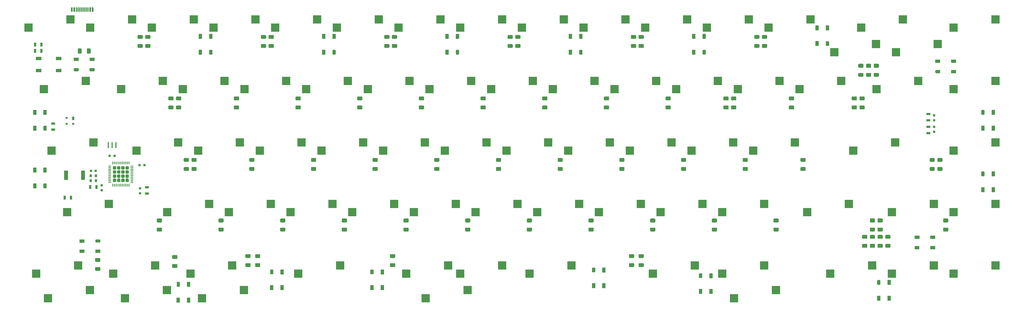
<source format=gbr>
G04 #@! TF.GenerationSoftware,KiCad,Pcbnew,(5.1.10)-1*
G04 #@! TF.CreationDate,2021-12-23T10:18:36+07:00*
G04 #@! TF.ProjectId,averange65,61766572-616e-4676-9536-352e6b696361,rev?*
G04 #@! TF.SameCoordinates,Original*
G04 #@! TF.FileFunction,Paste,Bot*
G04 #@! TF.FilePolarity,Positive*
%FSLAX46Y46*%
G04 Gerber Fmt 4.6, Leading zero omitted, Abs format (unit mm)*
G04 Created by KiCad (PCBNEW (5.1.10)-1) date 2021-12-23 10:18:36*
%MOMM*%
%LPD*%
G01*
G04 APERTURE LIST*
%ADD10R,2.550000X2.500000*%
%ADD11R,0.700000X1.000000*%
%ADD12R,0.700000X0.600000*%
%ADD13R,0.700000X1.300000*%
%ADD14R,1.300000X0.700000*%
%ADD15R,0.800000X0.950000*%
%ADD16R,0.800000X0.750000*%
%ADD17R,0.750000X0.800000*%
%ADD18R,0.600000X1.450000*%
%ADD19R,0.300000X1.450000*%
%ADD20R,1.500000X1.000000*%
%ADD21R,1.000000X1.500000*%
%ADD22R,0.400000X1.900000*%
%ADD23R,1.800000X1.100000*%
%ADD24R,1.190000X3.000000*%
G04 APERTURE END LIST*
D10*
X255714734Y-100012500D03*
X242787734Y-102552500D03*
G36*
G01*
X267172538Y-112441110D02*
X268292538Y-112441110D01*
G75*
G02*
X268532538Y-112681110I0J-240000D01*
G01*
X268532538Y-113401110D01*
G75*
G02*
X268292538Y-113641110I-240000J0D01*
G01*
X267172538Y-113641110D01*
G75*
G02*
X266932538Y-113401110I0J240000D01*
G01*
X266932538Y-112681110D01*
G75*
G02*
X267172538Y-112441110I240000J0D01*
G01*
G37*
G36*
G01*
X267172538Y-109641110D02*
X268292538Y-109641110D01*
G75*
G02*
X268532538Y-109881110I0J-240000D01*
G01*
X268532538Y-110601110D01*
G75*
G02*
X268292538Y-110841110I-240000J0D01*
G01*
X267172538Y-110841110D01*
G75*
G02*
X266932538Y-110601110I0J240000D01*
G01*
X266932538Y-109881110D01*
G75*
G02*
X267172538Y-109641110I240000J0D01*
G01*
G37*
G36*
G01*
X264791282Y-112441110D02*
X265911282Y-112441110D01*
G75*
G02*
X266151282Y-112681110I0J-240000D01*
G01*
X266151282Y-113401110D01*
G75*
G02*
X265911282Y-113641110I-240000J0D01*
G01*
X264791282Y-113641110D01*
G75*
G02*
X264551282Y-113401110I0J240000D01*
G01*
X264551282Y-112681110D01*
G75*
G02*
X264791282Y-112441110I240000J0D01*
G01*
G37*
G36*
G01*
X264791282Y-109641110D02*
X265911282Y-109641110D01*
G75*
G02*
X266151282Y-109881110I0J-240000D01*
G01*
X266151282Y-110601110D01*
G75*
G02*
X265911282Y-110841110I-240000J0D01*
G01*
X264791282Y-110841110D01*
G75*
G02*
X264551282Y-110601110I0J240000D01*
G01*
X264551282Y-109881110D01*
G75*
G02*
X264791282Y-109641110I240000J0D01*
G01*
G37*
G36*
G01*
X262410026Y-112441110D02*
X263530026Y-112441110D01*
G75*
G02*
X263770026Y-112681110I0J-240000D01*
G01*
X263770026Y-113401110D01*
G75*
G02*
X263530026Y-113641110I-240000J0D01*
G01*
X262410026Y-113641110D01*
G75*
G02*
X262170026Y-113401110I0J240000D01*
G01*
X262170026Y-112681110D01*
G75*
G02*
X262410026Y-112441110I240000J0D01*
G01*
G37*
G36*
G01*
X262410026Y-109641110D02*
X263530026Y-109641110D01*
G75*
G02*
X263770026Y-109881110I0J-240000D01*
G01*
X263770026Y-110601110D01*
G75*
G02*
X263530026Y-110841110I-240000J0D01*
G01*
X262410026Y-110841110D01*
G75*
G02*
X262170026Y-110601110I0J240000D01*
G01*
X262170026Y-109881110D01*
G75*
G02*
X262410026Y-109641110I240000J0D01*
G01*
G37*
G36*
G01*
X260028770Y-112441110D02*
X261148770Y-112441110D01*
G75*
G02*
X261388770Y-112681110I0J-240000D01*
G01*
X261388770Y-113401110D01*
G75*
G02*
X261148770Y-113641110I-240000J0D01*
G01*
X260028770Y-113641110D01*
G75*
G02*
X259788770Y-113401110I0J240000D01*
G01*
X259788770Y-112681110D01*
G75*
G02*
X260028770Y-112441110I240000J0D01*
G01*
G37*
G36*
G01*
X260028770Y-109641110D02*
X261148770Y-109641110D01*
G75*
G02*
X261388770Y-109881110I0J-240000D01*
G01*
X261388770Y-110601110D01*
G75*
G02*
X261148770Y-110841110I-240000J0D01*
G01*
X260028770Y-110841110D01*
G75*
G02*
X259788770Y-110601110I0J240000D01*
G01*
X259788770Y-109881110D01*
G75*
G02*
X260028770Y-109641110I240000J0D01*
G01*
G37*
G36*
G01*
X190972660Y-118394375D02*
X192092660Y-118394375D01*
G75*
G02*
X192332660Y-118634375I0J-240000D01*
G01*
X192332660Y-119354375D01*
G75*
G02*
X192092660Y-119594375I-240000J0D01*
G01*
X190972660Y-119594375D01*
G75*
G02*
X190732660Y-119354375I0J240000D01*
G01*
X190732660Y-118634375D01*
G75*
G02*
X190972660Y-118394375I240000J0D01*
G01*
G37*
G36*
G01*
X190972660Y-115594375D02*
X192092660Y-115594375D01*
G75*
G02*
X192332660Y-115834375I0J-240000D01*
G01*
X192332660Y-116554375D01*
G75*
G02*
X192092660Y-116794375I-240000J0D01*
G01*
X190972660Y-116794375D01*
G75*
G02*
X190732660Y-116554375I0J240000D01*
G01*
X190732660Y-115834375D01*
G75*
G02*
X190972660Y-115594375I240000J0D01*
G01*
G37*
G36*
G01*
X187996085Y-118394375D02*
X189116085Y-118394375D01*
G75*
G02*
X189356085Y-118634375I0J-240000D01*
G01*
X189356085Y-119354375D01*
G75*
G02*
X189116085Y-119594375I-240000J0D01*
G01*
X187996085Y-119594375D01*
G75*
G02*
X187756085Y-119354375I0J240000D01*
G01*
X187756085Y-118634375D01*
G75*
G02*
X187996085Y-118394375I240000J0D01*
G01*
G37*
G36*
G01*
X187996085Y-115594375D02*
X189116085Y-115594375D01*
G75*
G02*
X189356085Y-115834375I0J-240000D01*
G01*
X189356085Y-116554375D01*
G75*
G02*
X189116085Y-116794375I-240000J0D01*
G01*
X187996085Y-116794375D01*
G75*
G02*
X187756085Y-116554375I0J240000D01*
G01*
X187756085Y-115834375D01*
G75*
G02*
X187996085Y-115594375I240000J0D01*
G01*
G37*
G36*
G01*
X114176655Y-118394125D02*
X115296655Y-118394125D01*
G75*
G02*
X115536655Y-118634125I0J-240000D01*
G01*
X115536655Y-119354125D01*
G75*
G02*
X115296655Y-119594125I-240000J0D01*
G01*
X114176655Y-119594125D01*
G75*
G02*
X113936655Y-119354125I0J240000D01*
G01*
X113936655Y-118634125D01*
G75*
G02*
X114176655Y-118394125I240000J0D01*
G01*
G37*
G36*
G01*
X114176655Y-115594125D02*
X115296655Y-115594125D01*
G75*
G02*
X115536655Y-115834125I0J-240000D01*
G01*
X115536655Y-116554125D01*
G75*
G02*
X115296655Y-116794125I-240000J0D01*
G01*
X114176655Y-116794125D01*
G75*
G02*
X113936655Y-116554125I0J240000D01*
G01*
X113936655Y-115834125D01*
G75*
G02*
X114176655Y-115594125I240000J0D01*
G01*
G37*
G36*
G01*
X72504975Y-118394375D02*
X73624975Y-118394375D01*
G75*
G02*
X73864975Y-118634375I0J-240000D01*
G01*
X73864975Y-119354375D01*
G75*
G02*
X73624975Y-119594375I-240000J0D01*
G01*
X72504975Y-119594375D01*
G75*
G02*
X72264975Y-119354375I0J240000D01*
G01*
X72264975Y-118634375D01*
G75*
G02*
X72504975Y-118394375I240000J0D01*
G01*
G37*
G36*
G01*
X72504975Y-115594375D02*
X73624975Y-115594375D01*
G75*
G02*
X73864975Y-115834375I0J-240000D01*
G01*
X73864975Y-116554375D01*
G75*
G02*
X73624975Y-116794375I-240000J0D01*
G01*
X72504975Y-116794375D01*
G75*
G02*
X72264975Y-116554375I0J240000D01*
G01*
X72264975Y-115834375D01*
G75*
G02*
X72504975Y-115594375I240000J0D01*
G01*
G37*
G36*
G01*
X69528400Y-118394250D02*
X70648400Y-118394250D01*
G75*
G02*
X70888400Y-118634250I0J-240000D01*
G01*
X70888400Y-119354250D01*
G75*
G02*
X70648400Y-119594250I-240000J0D01*
G01*
X69528400Y-119594250D01*
G75*
G02*
X69288400Y-119354250I0J240000D01*
G01*
X69288400Y-118634250D01*
G75*
G02*
X69528400Y-118394250I240000J0D01*
G01*
G37*
G36*
G01*
X69528400Y-115594250D02*
X70648400Y-115594250D01*
G75*
G02*
X70888400Y-115834250I0J-240000D01*
G01*
X70888400Y-116554250D01*
G75*
G02*
X70648400Y-116794250I-240000J0D01*
G01*
X69528400Y-116794250D01*
G75*
G02*
X69288400Y-116554250I0J240000D01*
G01*
X69288400Y-115834250D01*
G75*
G02*
X69528400Y-115594250I240000J0D01*
G01*
G37*
G36*
G01*
X46906358Y-118691907D02*
X48026358Y-118691907D01*
G75*
G02*
X48266358Y-118931907I0J-240000D01*
G01*
X48266358Y-119651907D01*
G75*
G02*
X48026358Y-119891907I-240000J0D01*
G01*
X46906358Y-119891907D01*
G75*
G02*
X46666358Y-119651907I0J240000D01*
G01*
X46666358Y-118931907D01*
G75*
G02*
X46906358Y-118691907I240000J0D01*
G01*
G37*
G36*
G01*
X46906358Y-115891907D02*
X48026358Y-115891907D01*
G75*
G02*
X48266358Y-116131907I0J-240000D01*
G01*
X48266358Y-116851907D01*
G75*
G02*
X48026358Y-117091907I-240000J0D01*
G01*
X46906358Y-117091907D01*
G75*
G02*
X46666358Y-116851907I0J240000D01*
G01*
X46666358Y-116131907D01*
G75*
G02*
X46906358Y-115891907I240000J0D01*
G01*
G37*
G36*
G01*
X23093798Y-119584878D02*
X24213798Y-119584878D01*
G75*
G02*
X24453798Y-119824878I0J-240000D01*
G01*
X24453798Y-120544878D01*
G75*
G02*
X24213798Y-120784878I-240000J0D01*
G01*
X23093798Y-120784878D01*
G75*
G02*
X22853798Y-120544878I0J240000D01*
G01*
X22853798Y-119824878D01*
G75*
G02*
X23093798Y-119584878I240000J0D01*
G01*
G37*
G36*
G01*
X23093798Y-116784878D02*
X24213798Y-116784878D01*
G75*
G02*
X24453798Y-117024878I0J-240000D01*
G01*
X24453798Y-117744878D01*
G75*
G02*
X24213798Y-117984878I-240000J0D01*
G01*
X23093798Y-117984878D01*
G75*
G02*
X22853798Y-117744878I0J240000D01*
G01*
X22853798Y-117024878D01*
G75*
G02*
X23093798Y-116784878I240000J0D01*
G01*
G37*
G36*
G01*
X286151958Y-105780941D02*
X285031958Y-105780941D01*
G75*
G02*
X284791958Y-105540941I0J240000D01*
G01*
X284791958Y-104820941D01*
G75*
G02*
X285031958Y-104580941I240000J0D01*
G01*
X286151958Y-104580941D01*
G75*
G02*
X286391958Y-104820941I0J-240000D01*
G01*
X286391958Y-105540941D01*
G75*
G02*
X286151958Y-105780941I-240000J0D01*
G01*
G37*
G36*
G01*
X286151958Y-108580941D02*
X285031958Y-108580941D01*
G75*
G02*
X284791958Y-108340941I0J240000D01*
G01*
X284791958Y-107620941D01*
G75*
G02*
X285031958Y-107380941I240000J0D01*
G01*
X286151958Y-107380941D01*
G75*
G02*
X286391958Y-107620941I0J-240000D01*
G01*
X286391958Y-108340941D01*
G75*
G02*
X286151958Y-108580941I-240000J0D01*
G01*
G37*
G36*
G01*
X265911282Y-105780941D02*
X264791282Y-105780941D01*
G75*
G02*
X264551282Y-105540941I0J240000D01*
G01*
X264551282Y-104820941D01*
G75*
G02*
X264791282Y-104580941I240000J0D01*
G01*
X265911282Y-104580941D01*
G75*
G02*
X266151282Y-104820941I0J-240000D01*
G01*
X266151282Y-105540941D01*
G75*
G02*
X265911282Y-105780941I-240000J0D01*
G01*
G37*
G36*
G01*
X265911282Y-108580941D02*
X264791282Y-108580941D01*
G75*
G02*
X264551282Y-108340941I0J240000D01*
G01*
X264551282Y-107620941D01*
G75*
G02*
X264791282Y-107380941I240000J0D01*
G01*
X265911282Y-107380941D01*
G75*
G02*
X266151282Y-107620941I0J-240000D01*
G01*
X266151282Y-108340941D01*
G75*
G02*
X265911282Y-108580941I-240000J0D01*
G01*
G37*
G36*
G01*
X263530026Y-105780941D02*
X262410026Y-105780941D01*
G75*
G02*
X262170026Y-105540941I0J240000D01*
G01*
X262170026Y-104820941D01*
G75*
G02*
X262410026Y-104580941I240000J0D01*
G01*
X263530026Y-104580941D01*
G75*
G02*
X263770026Y-104820941I0J-240000D01*
G01*
X263770026Y-105540941D01*
G75*
G02*
X263530026Y-105780941I-240000J0D01*
G01*
G37*
G36*
G01*
X263530026Y-108580941D02*
X262410026Y-108580941D01*
G75*
G02*
X262170026Y-108340941I0J240000D01*
G01*
X262170026Y-107620941D01*
G75*
G02*
X262410026Y-107380941I240000J0D01*
G01*
X263530026Y-107380941D01*
G75*
G02*
X263770026Y-107620941I0J-240000D01*
G01*
X263770026Y-108340941D01*
G75*
G02*
X263530026Y-108580941I-240000J0D01*
G01*
G37*
G36*
G01*
X233764850Y-105781265D02*
X232644850Y-105781265D01*
G75*
G02*
X232404850Y-105541265I0J240000D01*
G01*
X232404850Y-104821265D01*
G75*
G02*
X232644850Y-104581265I240000J0D01*
G01*
X233764850Y-104581265D01*
G75*
G02*
X234004850Y-104821265I0J-240000D01*
G01*
X234004850Y-105541265D01*
G75*
G02*
X233764850Y-105781265I-240000J0D01*
G01*
G37*
G36*
G01*
X233764850Y-108581265D02*
X232644850Y-108581265D01*
G75*
G02*
X232404850Y-108341265I0J240000D01*
G01*
X232404850Y-107621265D01*
G75*
G02*
X232644850Y-107381265I240000J0D01*
G01*
X233764850Y-107381265D01*
G75*
G02*
X234004850Y-107621265I0J-240000D01*
G01*
X234004850Y-108341265D01*
G75*
G02*
X233764850Y-108581265I-240000J0D01*
G01*
G37*
G36*
G01*
X214714770Y-105781265D02*
X213594770Y-105781265D01*
G75*
G02*
X213354770Y-105541265I0J240000D01*
G01*
X213354770Y-104821265D01*
G75*
G02*
X213594770Y-104581265I240000J0D01*
G01*
X214714770Y-104581265D01*
G75*
G02*
X214954770Y-104821265I0J-240000D01*
G01*
X214954770Y-105541265D01*
G75*
G02*
X214714770Y-105781265I-240000J0D01*
G01*
G37*
G36*
G01*
X214714770Y-108581265D02*
X213594770Y-108581265D01*
G75*
G02*
X213354770Y-108341265I0J240000D01*
G01*
X213354770Y-107621265D01*
G75*
G02*
X213594770Y-107381265I240000J0D01*
G01*
X214714770Y-107381265D01*
G75*
G02*
X214954770Y-107621265I0J-240000D01*
G01*
X214954770Y-108341265D01*
G75*
G02*
X214714770Y-108581265I-240000J0D01*
G01*
G37*
G36*
G01*
X195664690Y-105781265D02*
X194544690Y-105781265D01*
G75*
G02*
X194304690Y-105541265I0J240000D01*
G01*
X194304690Y-104821265D01*
G75*
G02*
X194544690Y-104581265I240000J0D01*
G01*
X195664690Y-104581265D01*
G75*
G02*
X195904690Y-104821265I0J-240000D01*
G01*
X195904690Y-105541265D01*
G75*
G02*
X195664690Y-105781265I-240000J0D01*
G01*
G37*
G36*
G01*
X195664690Y-108581265D02*
X194544690Y-108581265D01*
G75*
G02*
X194304690Y-108341265I0J240000D01*
G01*
X194304690Y-107621265D01*
G75*
G02*
X194544690Y-107381265I240000J0D01*
G01*
X195664690Y-107381265D01*
G75*
G02*
X195904690Y-107621265I0J-240000D01*
G01*
X195904690Y-108341265D01*
G75*
G02*
X195664690Y-108581265I-240000J0D01*
G01*
G37*
G36*
G01*
X176614610Y-105781265D02*
X175494610Y-105781265D01*
G75*
G02*
X175254610Y-105541265I0J240000D01*
G01*
X175254610Y-104821265D01*
G75*
G02*
X175494610Y-104581265I240000J0D01*
G01*
X176614610Y-104581265D01*
G75*
G02*
X176854610Y-104821265I0J-240000D01*
G01*
X176854610Y-105541265D01*
G75*
G02*
X176614610Y-105781265I-240000J0D01*
G01*
G37*
G36*
G01*
X176614610Y-108581265D02*
X175494610Y-108581265D01*
G75*
G02*
X175254610Y-108341265I0J240000D01*
G01*
X175254610Y-107621265D01*
G75*
G02*
X175494610Y-107381265I240000J0D01*
G01*
X176614610Y-107381265D01*
G75*
G02*
X176854610Y-107621265I0J-240000D01*
G01*
X176854610Y-108341265D01*
G75*
G02*
X176614610Y-108581265I-240000J0D01*
G01*
G37*
G36*
G01*
X157564530Y-105781265D02*
X156444530Y-105781265D01*
G75*
G02*
X156204530Y-105541265I0J240000D01*
G01*
X156204530Y-104821265D01*
G75*
G02*
X156444530Y-104581265I240000J0D01*
G01*
X157564530Y-104581265D01*
G75*
G02*
X157804530Y-104821265I0J-240000D01*
G01*
X157804530Y-105541265D01*
G75*
G02*
X157564530Y-105781265I-240000J0D01*
G01*
G37*
G36*
G01*
X157564530Y-108581265D02*
X156444530Y-108581265D01*
G75*
G02*
X156204530Y-108341265I0J240000D01*
G01*
X156204530Y-107621265D01*
G75*
G02*
X156444530Y-107381265I240000J0D01*
G01*
X157564530Y-107381265D01*
G75*
G02*
X157804530Y-107621265I0J-240000D01*
G01*
X157804530Y-108341265D01*
G75*
G02*
X157564530Y-108581265I-240000J0D01*
G01*
G37*
G36*
G01*
X138514450Y-105781265D02*
X137394450Y-105781265D01*
G75*
G02*
X137154450Y-105541265I0J240000D01*
G01*
X137154450Y-104821265D01*
G75*
G02*
X137394450Y-104581265I240000J0D01*
G01*
X138514450Y-104581265D01*
G75*
G02*
X138754450Y-104821265I0J-240000D01*
G01*
X138754450Y-105541265D01*
G75*
G02*
X138514450Y-105781265I-240000J0D01*
G01*
G37*
G36*
G01*
X138514450Y-108581265D02*
X137394450Y-108581265D01*
G75*
G02*
X137154450Y-108341265I0J240000D01*
G01*
X137154450Y-107621265D01*
G75*
G02*
X137394450Y-107381265I240000J0D01*
G01*
X138514450Y-107381265D01*
G75*
G02*
X138754450Y-107621265I0J-240000D01*
G01*
X138754450Y-108341265D01*
G75*
G02*
X138514450Y-108581265I-240000J0D01*
G01*
G37*
G36*
G01*
X119464370Y-105781265D02*
X118344370Y-105781265D01*
G75*
G02*
X118104370Y-105541265I0J240000D01*
G01*
X118104370Y-104821265D01*
G75*
G02*
X118344370Y-104581265I240000J0D01*
G01*
X119464370Y-104581265D01*
G75*
G02*
X119704370Y-104821265I0J-240000D01*
G01*
X119704370Y-105541265D01*
G75*
G02*
X119464370Y-105781265I-240000J0D01*
G01*
G37*
G36*
G01*
X119464370Y-108581265D02*
X118344370Y-108581265D01*
G75*
G02*
X118104370Y-108341265I0J240000D01*
G01*
X118104370Y-107621265D01*
G75*
G02*
X118344370Y-107381265I240000J0D01*
G01*
X119464370Y-107381265D01*
G75*
G02*
X119704370Y-107621265I0J-240000D01*
G01*
X119704370Y-108341265D01*
G75*
G02*
X119464370Y-108581265I-240000J0D01*
G01*
G37*
G36*
G01*
X100414290Y-105781265D02*
X99294290Y-105781265D01*
G75*
G02*
X99054290Y-105541265I0J240000D01*
G01*
X99054290Y-104821265D01*
G75*
G02*
X99294290Y-104581265I240000J0D01*
G01*
X100414290Y-104581265D01*
G75*
G02*
X100654290Y-104821265I0J-240000D01*
G01*
X100654290Y-105541265D01*
G75*
G02*
X100414290Y-105781265I-240000J0D01*
G01*
G37*
G36*
G01*
X100414290Y-108581265D02*
X99294290Y-108581265D01*
G75*
G02*
X99054290Y-108341265I0J240000D01*
G01*
X99054290Y-107621265D01*
G75*
G02*
X99294290Y-107381265I240000J0D01*
G01*
X100414290Y-107381265D01*
G75*
G02*
X100654290Y-107621265I0J-240000D01*
G01*
X100654290Y-108341265D01*
G75*
G02*
X100414290Y-108581265I-240000J0D01*
G01*
G37*
G36*
G01*
X81364210Y-105781265D02*
X80244210Y-105781265D01*
G75*
G02*
X80004210Y-105541265I0J240000D01*
G01*
X80004210Y-104821265D01*
G75*
G02*
X80244210Y-104581265I240000J0D01*
G01*
X81364210Y-104581265D01*
G75*
G02*
X81604210Y-104821265I0J-240000D01*
G01*
X81604210Y-105541265D01*
G75*
G02*
X81364210Y-105781265I-240000J0D01*
G01*
G37*
G36*
G01*
X81364210Y-108581265D02*
X80244210Y-108581265D01*
G75*
G02*
X80004210Y-108341265I0J240000D01*
G01*
X80004210Y-107621265D01*
G75*
G02*
X80244210Y-107381265I240000J0D01*
G01*
X81364210Y-107381265D01*
G75*
G02*
X81604210Y-107621265I0J-240000D01*
G01*
X81604210Y-108341265D01*
G75*
G02*
X81364210Y-108581265I-240000J0D01*
G01*
G37*
G36*
G01*
X62314130Y-105781265D02*
X61194130Y-105781265D01*
G75*
G02*
X60954130Y-105541265I0J240000D01*
G01*
X60954130Y-104821265D01*
G75*
G02*
X61194130Y-104581265I240000J0D01*
G01*
X62314130Y-104581265D01*
G75*
G02*
X62554130Y-104821265I0J-240000D01*
G01*
X62554130Y-105541265D01*
G75*
G02*
X62314130Y-105781265I-240000J0D01*
G01*
G37*
G36*
G01*
X62314130Y-108581265D02*
X61194130Y-108581265D01*
G75*
G02*
X60954130Y-108341265I0J240000D01*
G01*
X60954130Y-107621265D01*
G75*
G02*
X61194130Y-107381265I240000J0D01*
G01*
X62314130Y-107381265D01*
G75*
G02*
X62554130Y-107621265I0J-240000D01*
G01*
X62554130Y-108341265D01*
G75*
G02*
X62314130Y-108581265I-240000J0D01*
G01*
G37*
G36*
G01*
X284366016Y-87028550D02*
X283246016Y-87028550D01*
G75*
G02*
X283006016Y-86788550I0J240000D01*
G01*
X283006016Y-86068550D01*
G75*
G02*
X283246016Y-85828550I240000J0D01*
G01*
X284366016Y-85828550D01*
G75*
G02*
X284606016Y-86068550I0J-240000D01*
G01*
X284606016Y-86788550D01*
G75*
G02*
X284366016Y-87028550I-240000J0D01*
G01*
G37*
G36*
G01*
X284366016Y-89828550D02*
X283246016Y-89828550D01*
G75*
G02*
X283006016Y-89588550I0J240000D01*
G01*
X283006016Y-88868550D01*
G75*
G02*
X283246016Y-88628550I240000J0D01*
G01*
X284366016Y-88628550D01*
G75*
G02*
X284606016Y-88868550I0J-240000D01*
G01*
X284606016Y-89588550D01*
G75*
G02*
X284366016Y-89828550I-240000J0D01*
G01*
G37*
G36*
G01*
X43263846Y-105780941D02*
X42143846Y-105780941D01*
G75*
G02*
X41903846Y-105540941I0J240000D01*
G01*
X41903846Y-104820941D01*
G75*
G02*
X42143846Y-104580941I240000J0D01*
G01*
X43263846Y-104580941D01*
G75*
G02*
X43503846Y-104820941I0J-240000D01*
G01*
X43503846Y-105540941D01*
G75*
G02*
X43263846Y-105780941I-240000J0D01*
G01*
G37*
G36*
G01*
X43263846Y-108580941D02*
X42143846Y-108580941D01*
G75*
G02*
X41903846Y-108340941I0J240000D01*
G01*
X41903846Y-107620941D01*
G75*
G02*
X42143846Y-107380941I240000J0D01*
G01*
X43263846Y-107380941D01*
G75*
G02*
X43503846Y-107620941I0J-240000D01*
G01*
X43503846Y-108340941D01*
G75*
G02*
X43263846Y-108580941I-240000J0D01*
G01*
G37*
G36*
G01*
X281984760Y-87028550D02*
X280864760Y-87028550D01*
G75*
G02*
X280624760Y-86788550I0J240000D01*
G01*
X280624760Y-86068550D01*
G75*
G02*
X280864760Y-85828550I240000J0D01*
G01*
X281984760Y-85828550D01*
G75*
G02*
X282224760Y-86068550I0J-240000D01*
G01*
X282224760Y-86788550D01*
G75*
G02*
X281984760Y-87028550I-240000J0D01*
G01*
G37*
G36*
G01*
X281984760Y-89828550D02*
X280864760Y-89828550D01*
G75*
G02*
X280624760Y-89588550I0J240000D01*
G01*
X280624760Y-88868550D01*
G75*
G02*
X280864760Y-88628550I240000J0D01*
G01*
X281984760Y-88628550D01*
G75*
G02*
X282224760Y-88868550I0J-240000D01*
G01*
X282224760Y-89588550D01*
G75*
G02*
X281984760Y-89828550I-240000J0D01*
G01*
G37*
G36*
G01*
X242099260Y-87028842D02*
X240979260Y-87028842D01*
G75*
G02*
X240739260Y-86788842I0J240000D01*
G01*
X240739260Y-86068842D01*
G75*
G02*
X240979260Y-85828842I240000J0D01*
G01*
X242099260Y-85828842D01*
G75*
G02*
X242339260Y-86068842I0J-240000D01*
G01*
X242339260Y-86788842D01*
G75*
G02*
X242099260Y-87028842I-240000J0D01*
G01*
G37*
G36*
G01*
X242099260Y-89828842D02*
X240979260Y-89828842D01*
G75*
G02*
X240739260Y-89588842I0J240000D01*
G01*
X240739260Y-88868842D01*
G75*
G02*
X240979260Y-88628842I240000J0D01*
G01*
X242099260Y-88628842D01*
G75*
G02*
X242339260Y-88868842I0J-240000D01*
G01*
X242339260Y-89588842D01*
G75*
G02*
X242099260Y-89828842I-240000J0D01*
G01*
G37*
G36*
G01*
X224239810Y-87028842D02*
X223119810Y-87028842D01*
G75*
G02*
X222879810Y-86788842I0J240000D01*
G01*
X222879810Y-86068842D01*
G75*
G02*
X223119810Y-85828842I240000J0D01*
G01*
X224239810Y-85828842D01*
G75*
G02*
X224479810Y-86068842I0J-240000D01*
G01*
X224479810Y-86788842D01*
G75*
G02*
X224239810Y-87028842I-240000J0D01*
G01*
G37*
G36*
G01*
X224239810Y-89828842D02*
X223119810Y-89828842D01*
G75*
G02*
X222879810Y-89588842I0J240000D01*
G01*
X222879810Y-88868842D01*
G75*
G02*
X223119810Y-88628842I240000J0D01*
G01*
X224239810Y-88628842D01*
G75*
G02*
X224479810Y-88868842I0J-240000D01*
G01*
X224479810Y-89588842D01*
G75*
G02*
X224239810Y-89828842I-240000J0D01*
G01*
G37*
G36*
G01*
X205189730Y-87028842D02*
X204069730Y-87028842D01*
G75*
G02*
X203829730Y-86788842I0J240000D01*
G01*
X203829730Y-86068842D01*
G75*
G02*
X204069730Y-85828842I240000J0D01*
G01*
X205189730Y-85828842D01*
G75*
G02*
X205429730Y-86068842I0J-240000D01*
G01*
X205429730Y-86788842D01*
G75*
G02*
X205189730Y-87028842I-240000J0D01*
G01*
G37*
G36*
G01*
X205189730Y-89828842D02*
X204069730Y-89828842D01*
G75*
G02*
X203829730Y-89588842I0J240000D01*
G01*
X203829730Y-88868842D01*
G75*
G02*
X204069730Y-88628842I240000J0D01*
G01*
X205189730Y-88628842D01*
G75*
G02*
X205429730Y-88868842I0J-240000D01*
G01*
X205429730Y-89588842D01*
G75*
G02*
X205189730Y-89828842I-240000J0D01*
G01*
G37*
G36*
G01*
X186139650Y-87028842D02*
X185019650Y-87028842D01*
G75*
G02*
X184779650Y-86788842I0J240000D01*
G01*
X184779650Y-86068842D01*
G75*
G02*
X185019650Y-85828842I240000J0D01*
G01*
X186139650Y-85828842D01*
G75*
G02*
X186379650Y-86068842I0J-240000D01*
G01*
X186379650Y-86788842D01*
G75*
G02*
X186139650Y-87028842I-240000J0D01*
G01*
G37*
G36*
G01*
X186139650Y-89828842D02*
X185019650Y-89828842D01*
G75*
G02*
X184779650Y-89588842I0J240000D01*
G01*
X184779650Y-88868842D01*
G75*
G02*
X185019650Y-88628842I240000J0D01*
G01*
X186139650Y-88628842D01*
G75*
G02*
X186379650Y-88868842I0J-240000D01*
G01*
X186379650Y-89588842D01*
G75*
G02*
X186139650Y-89828842I-240000J0D01*
G01*
G37*
G36*
G01*
X167089570Y-87028842D02*
X165969570Y-87028842D01*
G75*
G02*
X165729570Y-86788842I0J240000D01*
G01*
X165729570Y-86068842D01*
G75*
G02*
X165969570Y-85828842I240000J0D01*
G01*
X167089570Y-85828842D01*
G75*
G02*
X167329570Y-86068842I0J-240000D01*
G01*
X167329570Y-86788842D01*
G75*
G02*
X167089570Y-87028842I-240000J0D01*
G01*
G37*
G36*
G01*
X167089570Y-89828842D02*
X165969570Y-89828842D01*
G75*
G02*
X165729570Y-89588842I0J240000D01*
G01*
X165729570Y-88868842D01*
G75*
G02*
X165969570Y-88628842I240000J0D01*
G01*
X167089570Y-88628842D01*
G75*
G02*
X167329570Y-88868842I0J-240000D01*
G01*
X167329570Y-89588842D01*
G75*
G02*
X167089570Y-89828842I-240000J0D01*
G01*
G37*
G36*
G01*
X148039490Y-87028842D02*
X146919490Y-87028842D01*
G75*
G02*
X146679490Y-86788842I0J240000D01*
G01*
X146679490Y-86068842D01*
G75*
G02*
X146919490Y-85828842I240000J0D01*
G01*
X148039490Y-85828842D01*
G75*
G02*
X148279490Y-86068842I0J-240000D01*
G01*
X148279490Y-86788842D01*
G75*
G02*
X148039490Y-87028842I-240000J0D01*
G01*
G37*
G36*
G01*
X148039490Y-89828842D02*
X146919490Y-89828842D01*
G75*
G02*
X146679490Y-89588842I0J240000D01*
G01*
X146679490Y-88868842D01*
G75*
G02*
X146919490Y-88628842I240000J0D01*
G01*
X148039490Y-88628842D01*
G75*
G02*
X148279490Y-88868842I0J-240000D01*
G01*
X148279490Y-89588842D01*
G75*
G02*
X148039490Y-89828842I-240000J0D01*
G01*
G37*
G36*
G01*
X128988750Y-87028442D02*
X127868750Y-87028442D01*
G75*
G02*
X127628750Y-86788442I0J240000D01*
G01*
X127628750Y-86068442D01*
G75*
G02*
X127868750Y-85828442I240000J0D01*
G01*
X128988750Y-85828442D01*
G75*
G02*
X129228750Y-86068442I0J-240000D01*
G01*
X129228750Y-86788442D01*
G75*
G02*
X128988750Y-87028442I-240000J0D01*
G01*
G37*
G36*
G01*
X128988750Y-89828442D02*
X127868750Y-89828442D01*
G75*
G02*
X127628750Y-89588442I0J240000D01*
G01*
X127628750Y-88868442D01*
G75*
G02*
X127868750Y-88628442I240000J0D01*
G01*
X128988750Y-88628442D01*
G75*
G02*
X129228750Y-88868442I0J-240000D01*
G01*
X129228750Y-89588442D01*
G75*
G02*
X128988750Y-89828442I-240000J0D01*
G01*
G37*
G36*
G01*
X109938750Y-87028442D02*
X108818750Y-87028442D01*
G75*
G02*
X108578750Y-86788442I0J240000D01*
G01*
X108578750Y-86068442D01*
G75*
G02*
X108818750Y-85828442I240000J0D01*
G01*
X109938750Y-85828442D01*
G75*
G02*
X110178750Y-86068442I0J-240000D01*
G01*
X110178750Y-86788442D01*
G75*
G02*
X109938750Y-87028442I-240000J0D01*
G01*
G37*
G36*
G01*
X109938750Y-89828442D02*
X108818750Y-89828442D01*
G75*
G02*
X108578750Y-89588442I0J240000D01*
G01*
X108578750Y-88868442D01*
G75*
G02*
X108818750Y-88628442I240000J0D01*
G01*
X109938750Y-88628442D01*
G75*
G02*
X110178750Y-88868442I0J-240000D01*
G01*
X110178750Y-89588442D01*
G75*
G02*
X109938750Y-89828442I-240000J0D01*
G01*
G37*
G36*
G01*
X90889250Y-87028842D02*
X89769250Y-87028842D01*
G75*
G02*
X89529250Y-86788842I0J240000D01*
G01*
X89529250Y-86068842D01*
G75*
G02*
X89769250Y-85828842I240000J0D01*
G01*
X90889250Y-85828842D01*
G75*
G02*
X91129250Y-86068842I0J-240000D01*
G01*
X91129250Y-86788842D01*
G75*
G02*
X90889250Y-87028842I-240000J0D01*
G01*
G37*
G36*
G01*
X90889250Y-89828842D02*
X89769250Y-89828842D01*
G75*
G02*
X89529250Y-89588842I0J240000D01*
G01*
X89529250Y-88868842D01*
G75*
G02*
X89769250Y-88628842I240000J0D01*
G01*
X90889250Y-88628842D01*
G75*
G02*
X91129250Y-88868842I0J-240000D01*
G01*
X91129250Y-89588842D01*
G75*
G02*
X90889250Y-89828842I-240000J0D01*
G01*
G37*
G36*
G01*
X71839170Y-87028842D02*
X70719170Y-87028842D01*
G75*
G02*
X70479170Y-86788842I0J240000D01*
G01*
X70479170Y-86068842D01*
G75*
G02*
X70719170Y-85828842I240000J0D01*
G01*
X71839170Y-85828842D01*
G75*
G02*
X72079170Y-86068842I0J-240000D01*
G01*
X72079170Y-86788842D01*
G75*
G02*
X71839170Y-87028842I-240000J0D01*
G01*
G37*
G36*
G01*
X71839170Y-89828842D02*
X70719170Y-89828842D01*
G75*
G02*
X70479170Y-89588842I0J240000D01*
G01*
X70479170Y-88868842D01*
G75*
G02*
X70719170Y-88628842I240000J0D01*
G01*
X71839170Y-88628842D01*
G75*
G02*
X72079170Y-88868842I0J-240000D01*
G01*
X72079170Y-89588842D01*
G75*
G02*
X71839170Y-89828842I-240000J0D01*
G01*
G37*
G36*
G01*
X51598125Y-87028442D02*
X50478125Y-87028442D01*
G75*
G02*
X50238125Y-86788442I0J240000D01*
G01*
X50238125Y-86068442D01*
G75*
G02*
X50478125Y-85828442I240000J0D01*
G01*
X51598125Y-85828442D01*
G75*
G02*
X51838125Y-86068442I0J-240000D01*
G01*
X51838125Y-86788442D01*
G75*
G02*
X51598125Y-87028442I-240000J0D01*
G01*
G37*
G36*
G01*
X51598125Y-89828442D02*
X50478125Y-89828442D01*
G75*
G02*
X50238125Y-89588442I0J240000D01*
G01*
X50238125Y-88868442D01*
G75*
G02*
X50478125Y-88628442I240000J0D01*
G01*
X51598125Y-88628442D01*
G75*
G02*
X51838125Y-88868442I0J-240000D01*
G01*
X51838125Y-89588442D01*
G75*
G02*
X51598125Y-89828442I-240000J0D01*
G01*
G37*
G36*
G01*
X257934760Y-67978502D02*
X256814760Y-67978502D01*
G75*
G02*
X256574760Y-67738502I0J240000D01*
G01*
X256574760Y-67018502D01*
G75*
G02*
X256814760Y-66778502I240000J0D01*
G01*
X257934760Y-66778502D01*
G75*
G02*
X258174760Y-67018502I0J-240000D01*
G01*
X258174760Y-67738502D01*
G75*
G02*
X257934760Y-67978502I-240000J0D01*
G01*
G37*
G36*
G01*
X257934760Y-70778502D02*
X256814760Y-70778502D01*
G75*
G02*
X256574760Y-70538502I0J240000D01*
G01*
X256574760Y-69818502D01*
G75*
G02*
X256814760Y-69578502I240000J0D01*
G01*
X257934760Y-69578502D01*
G75*
G02*
X258174760Y-69818502I0J-240000D01*
G01*
X258174760Y-70538502D01*
G75*
G02*
X257934760Y-70778502I-240000J0D01*
G01*
G37*
G36*
G01*
X260316016Y-67978550D02*
X259196016Y-67978550D01*
G75*
G02*
X258956016Y-67738550I0J240000D01*
G01*
X258956016Y-67018550D01*
G75*
G02*
X259196016Y-66778550I240000J0D01*
G01*
X260316016Y-66778550D01*
G75*
G02*
X260556016Y-67018550I0J-240000D01*
G01*
X260556016Y-67738550D01*
G75*
G02*
X260316016Y-67978550I-240000J0D01*
G01*
G37*
G36*
G01*
X260316016Y-70778550D02*
X259196016Y-70778550D01*
G75*
G02*
X258956016Y-70538550I0J240000D01*
G01*
X258956016Y-69818550D01*
G75*
G02*
X259196016Y-69578550I240000J0D01*
G01*
X260316016Y-69578550D01*
G75*
G02*
X260556016Y-69818550I0J-240000D01*
G01*
X260556016Y-70538550D01*
G75*
G02*
X260316016Y-70778550I-240000J0D01*
G01*
G37*
G36*
G01*
X53979375Y-87028442D02*
X52859375Y-87028442D01*
G75*
G02*
X52619375Y-86788442I0J240000D01*
G01*
X52619375Y-86068442D01*
G75*
G02*
X52859375Y-85828442I240000J0D01*
G01*
X53979375Y-85828442D01*
G75*
G02*
X54219375Y-86068442I0J-240000D01*
G01*
X54219375Y-86788442D01*
G75*
G02*
X53979375Y-87028442I-240000J0D01*
G01*
G37*
G36*
G01*
X53979375Y-89828442D02*
X52859375Y-89828442D01*
G75*
G02*
X52619375Y-89588442I0J240000D01*
G01*
X52619375Y-88868442D01*
G75*
G02*
X52859375Y-88628442I240000J0D01*
G01*
X53979375Y-88628442D01*
G75*
G02*
X54219375Y-88868442I0J-240000D01*
G01*
X54219375Y-89588442D01*
G75*
G02*
X53979375Y-89828442I-240000J0D01*
G01*
G37*
G36*
G01*
X238526886Y-67978442D02*
X237406886Y-67978442D01*
G75*
G02*
X237166886Y-67738442I0J240000D01*
G01*
X237166886Y-67018442D01*
G75*
G02*
X237406886Y-66778442I240000J0D01*
G01*
X238526886Y-66778442D01*
G75*
G02*
X238766886Y-67018442I0J-240000D01*
G01*
X238766886Y-67738442D01*
G75*
G02*
X238526886Y-67978442I-240000J0D01*
G01*
G37*
G36*
G01*
X238526886Y-70778442D02*
X237406886Y-70778442D01*
G75*
G02*
X237166886Y-70538442I0J240000D01*
G01*
X237166886Y-69818442D01*
G75*
G02*
X237406886Y-69578442I240000J0D01*
G01*
X238526886Y-69578442D01*
G75*
G02*
X238766886Y-69818442I0J-240000D01*
G01*
X238766886Y-70538442D01*
G75*
G02*
X238526886Y-70778442I-240000J0D01*
G01*
G37*
G36*
G01*
X220667920Y-67978762D02*
X219547920Y-67978762D01*
G75*
G02*
X219307920Y-67738762I0J240000D01*
G01*
X219307920Y-67018762D01*
G75*
G02*
X219547920Y-66778762I240000J0D01*
G01*
X220667920Y-66778762D01*
G75*
G02*
X220907920Y-67018762I0J-240000D01*
G01*
X220907920Y-67738762D01*
G75*
G02*
X220667920Y-67978762I-240000J0D01*
G01*
G37*
G36*
G01*
X220667920Y-70778762D02*
X219547920Y-70778762D01*
G75*
G02*
X219307920Y-70538762I0J240000D01*
G01*
X219307920Y-69818762D01*
G75*
G02*
X219547920Y-69578762I240000J0D01*
G01*
X220667920Y-69578762D01*
G75*
G02*
X220907920Y-69818762I0J-240000D01*
G01*
X220907920Y-70538762D01*
G75*
G02*
X220667920Y-70778762I-240000J0D01*
G01*
G37*
G36*
G01*
X218286660Y-67978762D02*
X217166660Y-67978762D01*
G75*
G02*
X216926660Y-67738762I0J240000D01*
G01*
X216926660Y-67018762D01*
G75*
G02*
X217166660Y-66778762I240000J0D01*
G01*
X218286660Y-66778762D01*
G75*
G02*
X218526660Y-67018762I0J-240000D01*
G01*
X218526660Y-67738762D01*
G75*
G02*
X218286660Y-67978762I-240000J0D01*
G01*
G37*
G36*
G01*
X218286660Y-70778762D02*
X217166660Y-70778762D01*
G75*
G02*
X216926660Y-70538762I0J240000D01*
G01*
X216926660Y-69818762D01*
G75*
G02*
X217166660Y-69578762I240000J0D01*
G01*
X218286660Y-69578762D01*
G75*
G02*
X218526660Y-69818762I0J-240000D01*
G01*
X218526660Y-70538762D01*
G75*
G02*
X218286660Y-70778762I-240000J0D01*
G01*
G37*
G36*
G01*
X200427210Y-67978762D02*
X199307210Y-67978762D01*
G75*
G02*
X199067210Y-67738762I0J240000D01*
G01*
X199067210Y-67018762D01*
G75*
G02*
X199307210Y-66778762I240000J0D01*
G01*
X200427210Y-66778762D01*
G75*
G02*
X200667210Y-67018762I0J-240000D01*
G01*
X200667210Y-67738762D01*
G75*
G02*
X200427210Y-67978762I-240000J0D01*
G01*
G37*
G36*
G01*
X200427210Y-70778762D02*
X199307210Y-70778762D01*
G75*
G02*
X199067210Y-70538762I0J240000D01*
G01*
X199067210Y-69818762D01*
G75*
G02*
X199307210Y-69578762I240000J0D01*
G01*
X200427210Y-69578762D01*
G75*
G02*
X200667210Y-69818762I0J-240000D01*
G01*
X200667210Y-70538762D01*
G75*
G02*
X200427210Y-70778762I-240000J0D01*
G01*
G37*
G36*
G01*
X181376426Y-67978442D02*
X180256426Y-67978442D01*
G75*
G02*
X180016426Y-67738442I0J240000D01*
G01*
X180016426Y-67018442D01*
G75*
G02*
X180256426Y-66778442I240000J0D01*
G01*
X181376426Y-66778442D01*
G75*
G02*
X181616426Y-67018442I0J-240000D01*
G01*
X181616426Y-67738442D01*
G75*
G02*
X181376426Y-67978442I-240000J0D01*
G01*
G37*
G36*
G01*
X181376426Y-70778442D02*
X180256426Y-70778442D01*
G75*
G02*
X180016426Y-70538442I0J240000D01*
G01*
X180016426Y-69818442D01*
G75*
G02*
X180256426Y-69578442I240000J0D01*
G01*
X181376426Y-69578442D01*
G75*
G02*
X181616426Y-69818442I0J-240000D01*
G01*
X181616426Y-70538442D01*
G75*
G02*
X181376426Y-70778442I-240000J0D01*
G01*
G37*
G36*
G01*
X162327050Y-67978762D02*
X161207050Y-67978762D01*
G75*
G02*
X160967050Y-67738762I0J240000D01*
G01*
X160967050Y-67018762D01*
G75*
G02*
X161207050Y-66778762I240000J0D01*
G01*
X162327050Y-66778762D01*
G75*
G02*
X162567050Y-67018762I0J-240000D01*
G01*
X162567050Y-67738762D01*
G75*
G02*
X162327050Y-67978762I-240000J0D01*
G01*
G37*
G36*
G01*
X162327050Y-70778762D02*
X161207050Y-70778762D01*
G75*
G02*
X160967050Y-70538762I0J240000D01*
G01*
X160967050Y-69818762D01*
G75*
G02*
X161207050Y-69578762I240000J0D01*
G01*
X162327050Y-69578762D01*
G75*
G02*
X162567050Y-69818762I0J-240000D01*
G01*
X162567050Y-70538762D01*
G75*
G02*
X162327050Y-70778762I-240000J0D01*
G01*
G37*
G36*
G01*
X143276394Y-67978442D02*
X142156394Y-67978442D01*
G75*
G02*
X141916394Y-67738442I0J240000D01*
G01*
X141916394Y-67018442D01*
G75*
G02*
X142156394Y-66778442I240000J0D01*
G01*
X143276394Y-66778442D01*
G75*
G02*
X143516394Y-67018442I0J-240000D01*
G01*
X143516394Y-67738442D01*
G75*
G02*
X143276394Y-67978442I-240000J0D01*
G01*
G37*
G36*
G01*
X143276394Y-70778442D02*
X142156394Y-70778442D01*
G75*
G02*
X141916394Y-70538442I0J240000D01*
G01*
X141916394Y-69818442D01*
G75*
G02*
X142156394Y-69578442I240000J0D01*
G01*
X143276394Y-69578442D01*
G75*
G02*
X143516394Y-69818442I0J-240000D01*
G01*
X143516394Y-70538442D01*
G75*
G02*
X143276394Y-70778442I-240000J0D01*
G01*
G37*
G36*
G01*
X124226378Y-67978442D02*
X123106378Y-67978442D01*
G75*
G02*
X122866378Y-67738442I0J240000D01*
G01*
X122866378Y-67018442D01*
G75*
G02*
X123106378Y-66778442I240000J0D01*
G01*
X124226378Y-66778442D01*
G75*
G02*
X124466378Y-67018442I0J-240000D01*
G01*
X124466378Y-67738442D01*
G75*
G02*
X124226378Y-67978442I-240000J0D01*
G01*
G37*
G36*
G01*
X124226378Y-70778442D02*
X123106378Y-70778442D01*
G75*
G02*
X122866378Y-70538442I0J240000D01*
G01*
X122866378Y-69818442D01*
G75*
G02*
X123106378Y-69578442I240000J0D01*
G01*
X124226378Y-69578442D01*
G75*
G02*
X124466378Y-69818442I0J-240000D01*
G01*
X124466378Y-70538442D01*
G75*
G02*
X124226378Y-70778442I-240000J0D01*
G01*
G37*
G36*
G01*
X105176362Y-67978442D02*
X104056362Y-67978442D01*
G75*
G02*
X103816362Y-67738442I0J240000D01*
G01*
X103816362Y-67018442D01*
G75*
G02*
X104056362Y-66778442I240000J0D01*
G01*
X105176362Y-66778442D01*
G75*
G02*
X105416362Y-67018442I0J-240000D01*
G01*
X105416362Y-67738442D01*
G75*
G02*
X105176362Y-67978442I-240000J0D01*
G01*
G37*
G36*
G01*
X105176362Y-70778442D02*
X104056362Y-70778442D01*
G75*
G02*
X103816362Y-70538442I0J240000D01*
G01*
X103816362Y-69818442D01*
G75*
G02*
X104056362Y-69578442I240000J0D01*
G01*
X105176362Y-69578442D01*
G75*
G02*
X105416362Y-69818442I0J-240000D01*
G01*
X105416362Y-70538442D01*
G75*
G02*
X105176362Y-70778442I-240000J0D01*
G01*
G37*
G36*
G01*
X86126346Y-67978442D02*
X85006346Y-67978442D01*
G75*
G02*
X84766346Y-67738442I0J240000D01*
G01*
X84766346Y-67018442D01*
G75*
G02*
X85006346Y-66778442I240000J0D01*
G01*
X86126346Y-66778442D01*
G75*
G02*
X86366346Y-67018442I0J-240000D01*
G01*
X86366346Y-67738442D01*
G75*
G02*
X86126346Y-67978442I-240000J0D01*
G01*
G37*
G36*
G01*
X86126346Y-70778442D02*
X85006346Y-70778442D01*
G75*
G02*
X84766346Y-70538442I0J240000D01*
G01*
X84766346Y-69818442D01*
G75*
G02*
X85006346Y-69578442I240000J0D01*
G01*
X86126346Y-69578442D01*
G75*
G02*
X86366346Y-69818442I0J-240000D01*
G01*
X86366346Y-70538442D01*
G75*
G02*
X86126346Y-70778442I-240000J0D01*
G01*
G37*
G36*
G01*
X67076330Y-67978442D02*
X65956330Y-67978442D01*
G75*
G02*
X65716330Y-67738442I0J240000D01*
G01*
X65716330Y-67018442D01*
G75*
G02*
X65956330Y-66778442I240000J0D01*
G01*
X67076330Y-66778442D01*
G75*
G02*
X67316330Y-67018442I0J-240000D01*
G01*
X67316330Y-67738442D01*
G75*
G02*
X67076330Y-67978442I-240000J0D01*
G01*
G37*
G36*
G01*
X67076330Y-70778442D02*
X65956330Y-70778442D01*
G75*
G02*
X65716330Y-70538442I0J240000D01*
G01*
X65716330Y-69818442D01*
G75*
G02*
X65956330Y-69578442I240000J0D01*
G01*
X67076330Y-69578442D01*
G75*
G02*
X67316330Y-69818442I0J-240000D01*
G01*
X67316330Y-70538442D01*
G75*
G02*
X67076330Y-70778442I-240000J0D01*
G01*
G37*
G36*
G01*
X46835730Y-67978762D02*
X45715730Y-67978762D01*
G75*
G02*
X45475730Y-67738762I0J240000D01*
G01*
X45475730Y-67018762D01*
G75*
G02*
X45715730Y-66778762I240000J0D01*
G01*
X46835730Y-66778762D01*
G75*
G02*
X47075730Y-67018762I0J-240000D01*
G01*
X47075730Y-67738762D01*
G75*
G02*
X46835730Y-67978762I-240000J0D01*
G01*
G37*
G36*
G01*
X46835730Y-70778762D02*
X45715730Y-70778762D01*
G75*
G02*
X45475730Y-70538762I0J240000D01*
G01*
X45475730Y-69818762D01*
G75*
G02*
X45715730Y-69578762I240000J0D01*
G01*
X46835730Y-69578762D01*
G75*
G02*
X47075730Y-69818762I0J-240000D01*
G01*
X47075730Y-70538762D01*
G75*
G02*
X46835730Y-70778762I-240000J0D01*
G01*
G37*
G36*
G01*
X49216986Y-67978502D02*
X48096986Y-67978502D01*
G75*
G02*
X47856986Y-67738502I0J240000D01*
G01*
X47856986Y-67018502D01*
G75*
G02*
X48096986Y-66778502I240000J0D01*
G01*
X49216986Y-66778502D01*
G75*
G02*
X49456986Y-67018502I0J-240000D01*
G01*
X49456986Y-67738502D01*
G75*
G02*
X49216986Y-67978502I-240000J0D01*
G01*
G37*
G36*
G01*
X49216986Y-70778502D02*
X48096986Y-70778502D01*
G75*
G02*
X47856986Y-70538502I0J240000D01*
G01*
X47856986Y-69818502D01*
G75*
G02*
X48096986Y-69578502I240000J0D01*
G01*
X49216986Y-69578502D01*
G75*
G02*
X49456986Y-69818502I0J-240000D01*
G01*
X49456986Y-70538502D01*
G75*
G02*
X49216986Y-70778502I-240000J0D01*
G01*
G37*
G36*
G01*
X264720654Y-57858164D02*
X263600654Y-57858164D01*
G75*
G02*
X263360654Y-57618164I0J240000D01*
G01*
X263360654Y-56898164D01*
G75*
G02*
X263600654Y-56658164I240000J0D01*
G01*
X264720654Y-56658164D01*
G75*
G02*
X264960654Y-56898164I0J-240000D01*
G01*
X264960654Y-57618164D01*
G75*
G02*
X264720654Y-57858164I-240000J0D01*
G01*
G37*
G36*
G01*
X264720654Y-60658164D02*
X263600654Y-60658164D01*
G75*
G02*
X263360654Y-60418164I0J240000D01*
G01*
X263360654Y-59698164D01*
G75*
G02*
X263600654Y-59458164I240000J0D01*
G01*
X264720654Y-59458164D01*
G75*
G02*
X264960654Y-59698164I0J-240000D01*
G01*
X264960654Y-60418164D01*
G75*
G02*
X264720654Y-60658164I-240000J0D01*
G01*
G37*
G36*
G01*
X262339398Y-57858164D02*
X261219398Y-57858164D01*
G75*
G02*
X260979398Y-57618164I0J240000D01*
G01*
X260979398Y-56898164D01*
G75*
G02*
X261219398Y-56658164I240000J0D01*
G01*
X262339398Y-56658164D01*
G75*
G02*
X262579398Y-56898164I0J-240000D01*
G01*
X262579398Y-57618164D01*
G75*
G02*
X262339398Y-57858164I-240000J0D01*
G01*
G37*
G36*
G01*
X262339398Y-60658164D02*
X261219398Y-60658164D01*
G75*
G02*
X260979398Y-60418164I0J240000D01*
G01*
X260979398Y-59698164D01*
G75*
G02*
X261219398Y-59458164I240000J0D01*
G01*
X262339398Y-59458164D01*
G75*
G02*
X262579398Y-59698164I0J-240000D01*
G01*
X262579398Y-60418164D01*
G75*
G02*
X262339398Y-60658164I-240000J0D01*
G01*
G37*
G36*
G01*
X259958142Y-57858164D02*
X258838142Y-57858164D01*
G75*
G02*
X258598142Y-57618164I0J240000D01*
G01*
X258598142Y-56898164D01*
G75*
G02*
X258838142Y-56658164I240000J0D01*
G01*
X259958142Y-56658164D01*
G75*
G02*
X260198142Y-56898164I0J-240000D01*
G01*
X260198142Y-57618164D01*
G75*
G02*
X259958142Y-57858164I-240000J0D01*
G01*
G37*
G36*
G01*
X259958142Y-60658164D02*
X258838142Y-60658164D01*
G75*
G02*
X258598142Y-60418164I0J240000D01*
G01*
X258598142Y-59698164D01*
G75*
G02*
X258838142Y-59458164I240000J0D01*
G01*
X259958142Y-59458164D01*
G75*
G02*
X260198142Y-59698164I0J-240000D01*
G01*
X260198142Y-60418164D01*
G75*
G02*
X259958142Y-60658164I-240000J0D01*
G01*
G37*
G36*
G01*
X230192960Y-48928679D02*
X229072960Y-48928679D01*
G75*
G02*
X228832960Y-48688679I0J240000D01*
G01*
X228832960Y-47968679D01*
G75*
G02*
X229072960Y-47728679I240000J0D01*
G01*
X230192960Y-47728679D01*
G75*
G02*
X230432960Y-47968679I0J-240000D01*
G01*
X230432960Y-48688679D01*
G75*
G02*
X230192960Y-48928679I-240000J0D01*
G01*
G37*
G36*
G01*
X230192960Y-51728679D02*
X229072960Y-51728679D01*
G75*
G02*
X228832960Y-51488679I0J240000D01*
G01*
X228832960Y-50768679D01*
G75*
G02*
X229072960Y-50528679I240000J0D01*
G01*
X230192960Y-50528679D01*
G75*
G02*
X230432960Y-50768679I0J-240000D01*
G01*
X230432960Y-51488679D01*
G75*
G02*
X230192960Y-51728679I-240000J0D01*
G01*
G37*
G36*
G01*
X227810840Y-48928439D02*
X226690840Y-48928439D01*
G75*
G02*
X226450840Y-48688439I0J240000D01*
G01*
X226450840Y-47968439D01*
G75*
G02*
X226690840Y-47728439I240000J0D01*
G01*
X227810840Y-47728439D01*
G75*
G02*
X228050840Y-47968439I0J-240000D01*
G01*
X228050840Y-48688439D01*
G75*
G02*
X227810840Y-48928439I-240000J0D01*
G01*
G37*
G36*
G01*
X227810840Y-51728439D02*
X226690840Y-51728439D01*
G75*
G02*
X226450840Y-51488439I0J240000D01*
G01*
X226450840Y-50768439D01*
G75*
G02*
X226690840Y-50528439I240000J0D01*
G01*
X227810840Y-50528439D01*
G75*
G02*
X228050840Y-50768439I0J-240000D01*
G01*
X228050840Y-51488439D01*
G75*
G02*
X227810840Y-51728439I-240000J0D01*
G01*
G37*
G36*
G01*
X192092800Y-48928439D02*
X190972800Y-48928439D01*
G75*
G02*
X190732800Y-48688439I0J240000D01*
G01*
X190732800Y-47968439D01*
G75*
G02*
X190972800Y-47728439I240000J0D01*
G01*
X192092800Y-47728439D01*
G75*
G02*
X192332800Y-47968439I0J-240000D01*
G01*
X192332800Y-48688439D01*
G75*
G02*
X192092800Y-48928439I-240000J0D01*
G01*
G37*
G36*
G01*
X192092800Y-51728439D02*
X190972800Y-51728439D01*
G75*
G02*
X190732800Y-51488439I0J240000D01*
G01*
X190732800Y-50768439D01*
G75*
G02*
X190972800Y-50528439I240000J0D01*
G01*
X192092800Y-50528439D01*
G75*
G02*
X192332800Y-50768439I0J-240000D01*
G01*
X192332800Y-51488439D01*
G75*
G02*
X192092800Y-51728439I-240000J0D01*
G01*
G37*
G36*
G01*
X189710808Y-48928439D02*
X188590808Y-48928439D01*
G75*
G02*
X188350808Y-48688439I0J240000D01*
G01*
X188350808Y-47968439D01*
G75*
G02*
X188590808Y-47728439I240000J0D01*
G01*
X189710808Y-47728439D01*
G75*
G02*
X189950808Y-47968439I0J-240000D01*
G01*
X189950808Y-48688439D01*
G75*
G02*
X189710808Y-48928439I-240000J0D01*
G01*
G37*
G36*
G01*
X189710808Y-51728439D02*
X188590808Y-51728439D01*
G75*
G02*
X188350808Y-51488439I0J240000D01*
G01*
X188350808Y-50768439D01*
G75*
G02*
X188590808Y-50528439I240000J0D01*
G01*
X189710808Y-50528439D01*
G75*
G02*
X189950808Y-50768439I0J-240000D01*
G01*
X189950808Y-51488439D01*
G75*
G02*
X189710808Y-51728439I-240000J0D01*
G01*
G37*
G36*
G01*
X153992640Y-48928439D02*
X152872640Y-48928439D01*
G75*
G02*
X152632640Y-48688439I0J240000D01*
G01*
X152632640Y-47968439D01*
G75*
G02*
X152872640Y-47728439I240000J0D01*
G01*
X153992640Y-47728439D01*
G75*
G02*
X154232640Y-47968439I0J-240000D01*
G01*
X154232640Y-48688439D01*
G75*
G02*
X153992640Y-48928439I-240000J0D01*
G01*
G37*
G36*
G01*
X153992640Y-51728439D02*
X152872640Y-51728439D01*
G75*
G02*
X152632640Y-51488439I0J240000D01*
G01*
X152632640Y-50768439D01*
G75*
G02*
X152872640Y-50528439I240000J0D01*
G01*
X153992640Y-50528439D01*
G75*
G02*
X154232640Y-50768439I0J-240000D01*
G01*
X154232640Y-51488439D01*
G75*
G02*
X153992640Y-51728439I-240000J0D01*
G01*
G37*
G36*
G01*
X151610776Y-48928439D02*
X150490776Y-48928439D01*
G75*
G02*
X150250776Y-48688439I0J240000D01*
G01*
X150250776Y-47968439D01*
G75*
G02*
X150490776Y-47728439I240000J0D01*
G01*
X151610776Y-47728439D01*
G75*
G02*
X151850776Y-47968439I0J-240000D01*
G01*
X151850776Y-48688439D01*
G75*
G02*
X151610776Y-48928439I-240000J0D01*
G01*
G37*
G36*
G01*
X151610776Y-51728439D02*
X150490776Y-51728439D01*
G75*
G02*
X150250776Y-51488439I0J240000D01*
G01*
X150250776Y-50768439D01*
G75*
G02*
X150490776Y-50528439I240000J0D01*
G01*
X151610776Y-50528439D01*
G75*
G02*
X151850776Y-50768439I0J-240000D01*
G01*
X151850776Y-51488439D01*
G75*
G02*
X151610776Y-51728439I-240000J0D01*
G01*
G37*
G36*
G01*
X115892480Y-48928439D02*
X114772480Y-48928439D01*
G75*
G02*
X114532480Y-48688439I0J240000D01*
G01*
X114532480Y-47968439D01*
G75*
G02*
X114772480Y-47728439I240000J0D01*
G01*
X115892480Y-47728439D01*
G75*
G02*
X116132480Y-47968439I0J-240000D01*
G01*
X116132480Y-48688439D01*
G75*
G02*
X115892480Y-48928439I-240000J0D01*
G01*
G37*
G36*
G01*
X115892480Y-51728439D02*
X114772480Y-51728439D01*
G75*
G02*
X114532480Y-51488439I0J240000D01*
G01*
X114532480Y-50768439D01*
G75*
G02*
X114772480Y-50528439I240000J0D01*
G01*
X115892480Y-50528439D01*
G75*
G02*
X116132480Y-50768439I0J-240000D01*
G01*
X116132480Y-51488439D01*
G75*
G02*
X115892480Y-51728439I-240000J0D01*
G01*
G37*
G36*
G01*
X113510744Y-48928439D02*
X112390744Y-48928439D01*
G75*
G02*
X112150744Y-48688439I0J240000D01*
G01*
X112150744Y-47968439D01*
G75*
G02*
X112390744Y-47728439I240000J0D01*
G01*
X113510744Y-47728439D01*
G75*
G02*
X113750744Y-47968439I0J-240000D01*
G01*
X113750744Y-48688439D01*
G75*
G02*
X113510744Y-48928439I-240000J0D01*
G01*
G37*
G36*
G01*
X113510744Y-51728439D02*
X112390744Y-51728439D01*
G75*
G02*
X112150744Y-51488439I0J240000D01*
G01*
X112150744Y-50768439D01*
G75*
G02*
X112390744Y-50528439I240000J0D01*
G01*
X113510744Y-50528439D01*
G75*
G02*
X113750744Y-50768439I0J-240000D01*
G01*
X113750744Y-51488439D01*
G75*
G02*
X113510744Y-51728439I-240000J0D01*
G01*
G37*
G36*
G01*
X77792320Y-48928679D02*
X76672320Y-48928679D01*
G75*
G02*
X76432320Y-48688679I0J240000D01*
G01*
X76432320Y-47968679D01*
G75*
G02*
X76672320Y-47728679I240000J0D01*
G01*
X77792320Y-47728679D01*
G75*
G02*
X78032320Y-47968679I0J-240000D01*
G01*
X78032320Y-48688679D01*
G75*
G02*
X77792320Y-48928679I-240000J0D01*
G01*
G37*
G36*
G01*
X77792320Y-51728679D02*
X76672320Y-51728679D01*
G75*
G02*
X76432320Y-51488679I0J240000D01*
G01*
X76432320Y-50768679D01*
G75*
G02*
X76672320Y-50528679I240000J0D01*
G01*
X77792320Y-50528679D01*
G75*
G02*
X78032320Y-50768679I0J-240000D01*
G01*
X78032320Y-51488679D01*
G75*
G02*
X77792320Y-51728679I-240000J0D01*
G01*
G37*
G36*
G01*
X75410712Y-48928439D02*
X74290712Y-48928439D01*
G75*
G02*
X74050712Y-48688439I0J240000D01*
G01*
X74050712Y-47968439D01*
G75*
G02*
X74290712Y-47728439I240000J0D01*
G01*
X75410712Y-47728439D01*
G75*
G02*
X75650712Y-47968439I0J-240000D01*
G01*
X75650712Y-48688439D01*
G75*
G02*
X75410712Y-48928439I-240000J0D01*
G01*
G37*
G36*
G01*
X75410712Y-51728439D02*
X74290712Y-51728439D01*
G75*
G02*
X74050712Y-51488439I0J240000D01*
G01*
X74050712Y-50768439D01*
G75*
G02*
X74290712Y-50528439I240000J0D01*
G01*
X75410712Y-50528439D01*
G75*
G02*
X75650712Y-50768439I0J-240000D01*
G01*
X75650712Y-51488439D01*
G75*
G02*
X75410712Y-51728439I-240000J0D01*
G01*
G37*
G36*
G01*
X39692160Y-48928679D02*
X38572160Y-48928679D01*
G75*
G02*
X38332160Y-48688679I0J240000D01*
G01*
X38332160Y-47968679D01*
G75*
G02*
X38572160Y-47728679I240000J0D01*
G01*
X39692160Y-47728679D01*
G75*
G02*
X39932160Y-47968679I0J-240000D01*
G01*
X39932160Y-48688679D01*
G75*
G02*
X39692160Y-48928679I-240000J0D01*
G01*
G37*
G36*
G01*
X39692160Y-51728679D02*
X38572160Y-51728679D01*
G75*
G02*
X38332160Y-51488679I0J240000D01*
G01*
X38332160Y-50768679D01*
G75*
G02*
X38572160Y-50528679I240000J0D01*
G01*
X39692160Y-50528679D01*
G75*
G02*
X39932160Y-50768679I0J-240000D01*
G01*
X39932160Y-51488679D01*
G75*
G02*
X39692160Y-51728679I-240000J0D01*
G01*
G37*
G36*
G01*
X37310900Y-48928679D02*
X36190900Y-48928679D01*
G75*
G02*
X35950900Y-48688679I0J240000D01*
G01*
X35950900Y-47968679D01*
G75*
G02*
X36190900Y-47728679I240000J0D01*
G01*
X37310900Y-47728679D01*
G75*
G02*
X37550900Y-47968679I0J-240000D01*
G01*
X37550900Y-48688679D01*
G75*
G02*
X37310900Y-48928679I-240000J0D01*
G01*
G37*
G36*
G01*
X37310900Y-51728679D02*
X36190900Y-51728679D01*
G75*
G02*
X35950900Y-51488679I0J240000D01*
G01*
X35950900Y-50768679D01*
G75*
G02*
X36190900Y-50528679I240000J0D01*
G01*
X37310900Y-50528679D01*
G75*
G02*
X37550900Y-50768679I0J-240000D01*
G01*
X37550900Y-51488679D01*
G75*
G02*
X37310900Y-51728679I-240000J0D01*
G01*
G37*
G36*
G01*
X18686600Y-52145024D02*
X18686600Y-53265024D01*
G75*
G02*
X18446600Y-53505024I-240000J0D01*
G01*
X17726600Y-53505024D01*
G75*
G02*
X17486600Y-53265024I0J240000D01*
G01*
X17486600Y-52145024D01*
G75*
G02*
X17726600Y-51905024I240000J0D01*
G01*
X18446600Y-51905024D01*
G75*
G02*
X18686600Y-52145024I0J-240000D01*
G01*
G37*
G36*
G01*
X21486600Y-52145024D02*
X21486600Y-53265024D01*
G75*
G02*
X21246600Y-53505024I-240000J0D01*
G01*
X20526600Y-53505024D01*
G75*
G02*
X20286600Y-53265024I0J240000D01*
G01*
X20286600Y-52145024D01*
G75*
G02*
X20526600Y-51905024I240000J0D01*
G01*
X21246600Y-51905024D01*
G75*
G02*
X21486600Y-52145024I0J-240000D01*
G01*
G37*
X169990170Y-119062840D03*
X157063170Y-121602840D03*
X98552370Y-119062840D03*
X85625370Y-121602840D03*
X131890010Y-119062840D03*
X118963010Y-121602840D03*
X148558970Y-119063060D03*
X135631970Y-121603060D03*
G36*
G01*
X32212750Y-89140420D02*
X32212750Y-88600420D01*
G75*
G02*
X32462750Y-88350420I250000J0D01*
G01*
X33002750Y-88350420D01*
G75*
G02*
X33252750Y-88600420I0J-250000D01*
G01*
X33252750Y-89140420D01*
G75*
G02*
X33002750Y-89390420I-250000J0D01*
G01*
X32462750Y-89390420D01*
G75*
G02*
X32212750Y-89140420I0J250000D01*
G01*
G37*
G36*
G01*
X32212750Y-90430420D02*
X32212750Y-89890420D01*
G75*
G02*
X32462750Y-89640420I250000J0D01*
G01*
X33002750Y-89640420D01*
G75*
G02*
X33252750Y-89890420I0J-250000D01*
G01*
X33252750Y-90430420D01*
G75*
G02*
X33002750Y-90680420I-250000J0D01*
G01*
X32462750Y-90680420D01*
G75*
G02*
X32212750Y-90430420I0J250000D01*
G01*
G37*
G36*
G01*
X32212750Y-91720420D02*
X32212750Y-91180420D01*
G75*
G02*
X32462750Y-90930420I250000J0D01*
G01*
X33002750Y-90930420D01*
G75*
G02*
X33252750Y-91180420I0J-250000D01*
G01*
X33252750Y-91720420D01*
G75*
G02*
X33002750Y-91970420I-250000J0D01*
G01*
X32462750Y-91970420D01*
G75*
G02*
X32212750Y-91720420I0J250000D01*
G01*
G37*
G36*
G01*
X32212750Y-93010420D02*
X32212750Y-92470420D01*
G75*
G02*
X32462750Y-92220420I250000J0D01*
G01*
X33002750Y-92220420D01*
G75*
G02*
X33252750Y-92470420I0J-250000D01*
G01*
X33252750Y-93010420D01*
G75*
G02*
X33002750Y-93260420I-250000J0D01*
G01*
X32462750Y-93260420D01*
G75*
G02*
X32212750Y-93010420I0J250000D01*
G01*
G37*
G36*
G01*
X30922750Y-89140420D02*
X30922750Y-88600420D01*
G75*
G02*
X31172750Y-88350420I250000J0D01*
G01*
X31712750Y-88350420D01*
G75*
G02*
X31962750Y-88600420I0J-250000D01*
G01*
X31962750Y-89140420D01*
G75*
G02*
X31712750Y-89390420I-250000J0D01*
G01*
X31172750Y-89390420D01*
G75*
G02*
X30922750Y-89140420I0J250000D01*
G01*
G37*
G36*
G01*
X30922750Y-90430420D02*
X30922750Y-89890420D01*
G75*
G02*
X31172750Y-89640420I250000J0D01*
G01*
X31712750Y-89640420D01*
G75*
G02*
X31962750Y-89890420I0J-250000D01*
G01*
X31962750Y-90430420D01*
G75*
G02*
X31712750Y-90680420I-250000J0D01*
G01*
X31172750Y-90680420D01*
G75*
G02*
X30922750Y-90430420I0J250000D01*
G01*
G37*
G36*
G01*
X30922750Y-91720420D02*
X30922750Y-91180420D01*
G75*
G02*
X31172750Y-90930420I250000J0D01*
G01*
X31712750Y-90930420D01*
G75*
G02*
X31962750Y-91180420I0J-250000D01*
G01*
X31962750Y-91720420D01*
G75*
G02*
X31712750Y-91970420I-250000J0D01*
G01*
X31172750Y-91970420D01*
G75*
G02*
X30922750Y-91720420I0J250000D01*
G01*
G37*
G36*
G01*
X30922750Y-93010420D02*
X30922750Y-92470420D01*
G75*
G02*
X31172750Y-92220420I250000J0D01*
G01*
X31712750Y-92220420D01*
G75*
G02*
X31962750Y-92470420I0J-250000D01*
G01*
X31962750Y-93010420D01*
G75*
G02*
X31712750Y-93260420I-250000J0D01*
G01*
X31172750Y-93260420D01*
G75*
G02*
X30922750Y-93010420I0J250000D01*
G01*
G37*
G36*
G01*
X29632750Y-89140420D02*
X29632750Y-88600420D01*
G75*
G02*
X29882750Y-88350420I250000J0D01*
G01*
X30422750Y-88350420D01*
G75*
G02*
X30672750Y-88600420I0J-250000D01*
G01*
X30672750Y-89140420D01*
G75*
G02*
X30422750Y-89390420I-250000J0D01*
G01*
X29882750Y-89390420D01*
G75*
G02*
X29632750Y-89140420I0J250000D01*
G01*
G37*
G36*
G01*
X29632750Y-90430420D02*
X29632750Y-89890420D01*
G75*
G02*
X29882750Y-89640420I250000J0D01*
G01*
X30422750Y-89640420D01*
G75*
G02*
X30672750Y-89890420I0J-250000D01*
G01*
X30672750Y-90430420D01*
G75*
G02*
X30422750Y-90680420I-250000J0D01*
G01*
X29882750Y-90680420D01*
G75*
G02*
X29632750Y-90430420I0J250000D01*
G01*
G37*
G36*
G01*
X29632750Y-91720420D02*
X29632750Y-91180420D01*
G75*
G02*
X29882750Y-90930420I250000J0D01*
G01*
X30422750Y-90930420D01*
G75*
G02*
X30672750Y-91180420I0J-250000D01*
G01*
X30672750Y-91720420D01*
G75*
G02*
X30422750Y-91970420I-250000J0D01*
G01*
X29882750Y-91970420D01*
G75*
G02*
X29632750Y-91720420I0J250000D01*
G01*
G37*
G36*
G01*
X29632750Y-93010420D02*
X29632750Y-92470420D01*
G75*
G02*
X29882750Y-92220420I250000J0D01*
G01*
X30422750Y-92220420D01*
G75*
G02*
X30672750Y-92470420I0J-250000D01*
G01*
X30672750Y-93010420D01*
G75*
G02*
X30422750Y-93260420I-250000J0D01*
G01*
X29882750Y-93260420D01*
G75*
G02*
X29632750Y-93010420I0J250000D01*
G01*
G37*
G36*
G01*
X28342750Y-89140420D02*
X28342750Y-88600420D01*
G75*
G02*
X28592750Y-88350420I250000J0D01*
G01*
X29132750Y-88350420D01*
G75*
G02*
X29382750Y-88600420I0J-250000D01*
G01*
X29382750Y-89140420D01*
G75*
G02*
X29132750Y-89390420I-250000J0D01*
G01*
X28592750Y-89390420D01*
G75*
G02*
X28342750Y-89140420I0J250000D01*
G01*
G37*
G36*
G01*
X28342750Y-90430420D02*
X28342750Y-89890420D01*
G75*
G02*
X28592750Y-89640420I250000J0D01*
G01*
X29132750Y-89640420D01*
G75*
G02*
X29382750Y-89890420I0J-250000D01*
G01*
X29382750Y-90430420D01*
G75*
G02*
X29132750Y-90680420I-250000J0D01*
G01*
X28592750Y-90680420D01*
G75*
G02*
X28342750Y-90430420I0J250000D01*
G01*
G37*
G36*
G01*
X28342750Y-91720420D02*
X28342750Y-91180420D01*
G75*
G02*
X28592750Y-90930420I250000J0D01*
G01*
X29132750Y-90930420D01*
G75*
G02*
X29382750Y-91180420I0J-250000D01*
G01*
X29382750Y-91720420D01*
G75*
G02*
X29132750Y-91970420I-250000J0D01*
G01*
X28592750Y-91970420D01*
G75*
G02*
X28342750Y-91720420I0J250000D01*
G01*
G37*
G36*
G01*
X28342750Y-93010420D02*
X28342750Y-92470420D01*
G75*
G02*
X28592750Y-92220420I250000J0D01*
G01*
X29132750Y-92220420D01*
G75*
G02*
X29382750Y-92470420I0J-250000D01*
G01*
X29382750Y-93010420D01*
G75*
G02*
X29132750Y-93260420I-250000J0D01*
G01*
X28592750Y-93260420D01*
G75*
G02*
X28342750Y-93010420I0J250000D01*
G01*
G37*
G36*
G01*
X28172750Y-94617920D02*
X28172750Y-93867920D01*
G75*
G02*
X28235250Y-93805420I62500J0D01*
G01*
X28360250Y-93805420D01*
G75*
G02*
X28422750Y-93867920I0J-62500D01*
G01*
X28422750Y-94617920D01*
G75*
G02*
X28360250Y-94680420I-62500J0D01*
G01*
X28235250Y-94680420D01*
G75*
G02*
X28172750Y-94617920I0J62500D01*
G01*
G37*
G36*
G01*
X28672750Y-94617920D02*
X28672750Y-93867920D01*
G75*
G02*
X28735250Y-93805420I62500J0D01*
G01*
X28860250Y-93805420D01*
G75*
G02*
X28922750Y-93867920I0J-62500D01*
G01*
X28922750Y-94617920D01*
G75*
G02*
X28860250Y-94680420I-62500J0D01*
G01*
X28735250Y-94680420D01*
G75*
G02*
X28672750Y-94617920I0J62500D01*
G01*
G37*
G36*
G01*
X29172750Y-94617920D02*
X29172750Y-93867920D01*
G75*
G02*
X29235250Y-93805420I62500J0D01*
G01*
X29360250Y-93805420D01*
G75*
G02*
X29422750Y-93867920I0J-62500D01*
G01*
X29422750Y-94617920D01*
G75*
G02*
X29360250Y-94680420I-62500J0D01*
G01*
X29235250Y-94680420D01*
G75*
G02*
X29172750Y-94617920I0J62500D01*
G01*
G37*
G36*
G01*
X29672750Y-94617920D02*
X29672750Y-93867920D01*
G75*
G02*
X29735250Y-93805420I62500J0D01*
G01*
X29860250Y-93805420D01*
G75*
G02*
X29922750Y-93867920I0J-62500D01*
G01*
X29922750Y-94617920D01*
G75*
G02*
X29860250Y-94680420I-62500J0D01*
G01*
X29735250Y-94680420D01*
G75*
G02*
X29672750Y-94617920I0J62500D01*
G01*
G37*
G36*
G01*
X30172750Y-94617920D02*
X30172750Y-93867920D01*
G75*
G02*
X30235250Y-93805420I62500J0D01*
G01*
X30360250Y-93805420D01*
G75*
G02*
X30422750Y-93867920I0J-62500D01*
G01*
X30422750Y-94617920D01*
G75*
G02*
X30360250Y-94680420I-62500J0D01*
G01*
X30235250Y-94680420D01*
G75*
G02*
X30172750Y-94617920I0J62500D01*
G01*
G37*
G36*
G01*
X30672750Y-94617920D02*
X30672750Y-93867920D01*
G75*
G02*
X30735250Y-93805420I62500J0D01*
G01*
X30860250Y-93805420D01*
G75*
G02*
X30922750Y-93867920I0J-62500D01*
G01*
X30922750Y-94617920D01*
G75*
G02*
X30860250Y-94680420I-62500J0D01*
G01*
X30735250Y-94680420D01*
G75*
G02*
X30672750Y-94617920I0J62500D01*
G01*
G37*
G36*
G01*
X31172750Y-94617920D02*
X31172750Y-93867920D01*
G75*
G02*
X31235250Y-93805420I62500J0D01*
G01*
X31360250Y-93805420D01*
G75*
G02*
X31422750Y-93867920I0J-62500D01*
G01*
X31422750Y-94617920D01*
G75*
G02*
X31360250Y-94680420I-62500J0D01*
G01*
X31235250Y-94680420D01*
G75*
G02*
X31172750Y-94617920I0J62500D01*
G01*
G37*
G36*
G01*
X31672750Y-94617920D02*
X31672750Y-93867920D01*
G75*
G02*
X31735250Y-93805420I62500J0D01*
G01*
X31860250Y-93805420D01*
G75*
G02*
X31922750Y-93867920I0J-62500D01*
G01*
X31922750Y-94617920D01*
G75*
G02*
X31860250Y-94680420I-62500J0D01*
G01*
X31735250Y-94680420D01*
G75*
G02*
X31672750Y-94617920I0J62500D01*
G01*
G37*
G36*
G01*
X32172750Y-94617920D02*
X32172750Y-93867920D01*
G75*
G02*
X32235250Y-93805420I62500J0D01*
G01*
X32360250Y-93805420D01*
G75*
G02*
X32422750Y-93867920I0J-62500D01*
G01*
X32422750Y-94617920D01*
G75*
G02*
X32360250Y-94680420I-62500J0D01*
G01*
X32235250Y-94680420D01*
G75*
G02*
X32172750Y-94617920I0J62500D01*
G01*
G37*
G36*
G01*
X32672750Y-94617920D02*
X32672750Y-93867920D01*
G75*
G02*
X32735250Y-93805420I62500J0D01*
G01*
X32860250Y-93805420D01*
G75*
G02*
X32922750Y-93867920I0J-62500D01*
G01*
X32922750Y-94617920D01*
G75*
G02*
X32860250Y-94680420I-62500J0D01*
G01*
X32735250Y-94680420D01*
G75*
G02*
X32672750Y-94617920I0J62500D01*
G01*
G37*
G36*
G01*
X33172750Y-94617920D02*
X33172750Y-93867920D01*
G75*
G02*
X33235250Y-93805420I62500J0D01*
G01*
X33360250Y-93805420D01*
G75*
G02*
X33422750Y-93867920I0J-62500D01*
G01*
X33422750Y-94617920D01*
G75*
G02*
X33360250Y-94680420I-62500J0D01*
G01*
X33235250Y-94680420D01*
G75*
G02*
X33172750Y-94617920I0J62500D01*
G01*
G37*
G36*
G01*
X33797750Y-93367920D02*
X33797750Y-93242920D01*
G75*
G02*
X33860250Y-93180420I62500J0D01*
G01*
X34610250Y-93180420D01*
G75*
G02*
X34672750Y-93242920I0J-62500D01*
G01*
X34672750Y-93367920D01*
G75*
G02*
X34610250Y-93430420I-62500J0D01*
G01*
X33860250Y-93430420D01*
G75*
G02*
X33797750Y-93367920I0J62500D01*
G01*
G37*
G36*
G01*
X33797750Y-92867920D02*
X33797750Y-92742920D01*
G75*
G02*
X33860250Y-92680420I62500J0D01*
G01*
X34610250Y-92680420D01*
G75*
G02*
X34672750Y-92742920I0J-62500D01*
G01*
X34672750Y-92867920D01*
G75*
G02*
X34610250Y-92930420I-62500J0D01*
G01*
X33860250Y-92930420D01*
G75*
G02*
X33797750Y-92867920I0J62500D01*
G01*
G37*
G36*
G01*
X33797750Y-92367920D02*
X33797750Y-92242920D01*
G75*
G02*
X33860250Y-92180420I62500J0D01*
G01*
X34610250Y-92180420D01*
G75*
G02*
X34672750Y-92242920I0J-62500D01*
G01*
X34672750Y-92367920D01*
G75*
G02*
X34610250Y-92430420I-62500J0D01*
G01*
X33860250Y-92430420D01*
G75*
G02*
X33797750Y-92367920I0J62500D01*
G01*
G37*
G36*
G01*
X33797750Y-91867920D02*
X33797750Y-91742920D01*
G75*
G02*
X33860250Y-91680420I62500J0D01*
G01*
X34610250Y-91680420D01*
G75*
G02*
X34672750Y-91742920I0J-62500D01*
G01*
X34672750Y-91867920D01*
G75*
G02*
X34610250Y-91930420I-62500J0D01*
G01*
X33860250Y-91930420D01*
G75*
G02*
X33797750Y-91867920I0J62500D01*
G01*
G37*
G36*
G01*
X33797750Y-91367920D02*
X33797750Y-91242920D01*
G75*
G02*
X33860250Y-91180420I62500J0D01*
G01*
X34610250Y-91180420D01*
G75*
G02*
X34672750Y-91242920I0J-62500D01*
G01*
X34672750Y-91367920D01*
G75*
G02*
X34610250Y-91430420I-62500J0D01*
G01*
X33860250Y-91430420D01*
G75*
G02*
X33797750Y-91367920I0J62500D01*
G01*
G37*
G36*
G01*
X33797750Y-90867920D02*
X33797750Y-90742920D01*
G75*
G02*
X33860250Y-90680420I62500J0D01*
G01*
X34610250Y-90680420D01*
G75*
G02*
X34672750Y-90742920I0J-62500D01*
G01*
X34672750Y-90867920D01*
G75*
G02*
X34610250Y-90930420I-62500J0D01*
G01*
X33860250Y-90930420D01*
G75*
G02*
X33797750Y-90867920I0J62500D01*
G01*
G37*
G36*
G01*
X33797750Y-90367920D02*
X33797750Y-90242920D01*
G75*
G02*
X33860250Y-90180420I62500J0D01*
G01*
X34610250Y-90180420D01*
G75*
G02*
X34672750Y-90242920I0J-62500D01*
G01*
X34672750Y-90367920D01*
G75*
G02*
X34610250Y-90430420I-62500J0D01*
G01*
X33860250Y-90430420D01*
G75*
G02*
X33797750Y-90367920I0J62500D01*
G01*
G37*
G36*
G01*
X33797750Y-89867920D02*
X33797750Y-89742920D01*
G75*
G02*
X33860250Y-89680420I62500J0D01*
G01*
X34610250Y-89680420D01*
G75*
G02*
X34672750Y-89742920I0J-62500D01*
G01*
X34672750Y-89867920D01*
G75*
G02*
X34610250Y-89930420I-62500J0D01*
G01*
X33860250Y-89930420D01*
G75*
G02*
X33797750Y-89867920I0J62500D01*
G01*
G37*
G36*
G01*
X33797750Y-89367920D02*
X33797750Y-89242920D01*
G75*
G02*
X33860250Y-89180420I62500J0D01*
G01*
X34610250Y-89180420D01*
G75*
G02*
X34672750Y-89242920I0J-62500D01*
G01*
X34672750Y-89367920D01*
G75*
G02*
X34610250Y-89430420I-62500J0D01*
G01*
X33860250Y-89430420D01*
G75*
G02*
X33797750Y-89367920I0J62500D01*
G01*
G37*
G36*
G01*
X33797750Y-88867920D02*
X33797750Y-88742920D01*
G75*
G02*
X33860250Y-88680420I62500J0D01*
G01*
X34610250Y-88680420D01*
G75*
G02*
X34672750Y-88742920I0J-62500D01*
G01*
X34672750Y-88867920D01*
G75*
G02*
X34610250Y-88930420I-62500J0D01*
G01*
X33860250Y-88930420D01*
G75*
G02*
X33797750Y-88867920I0J62500D01*
G01*
G37*
G36*
G01*
X33797750Y-88367920D02*
X33797750Y-88242920D01*
G75*
G02*
X33860250Y-88180420I62500J0D01*
G01*
X34610250Y-88180420D01*
G75*
G02*
X34672750Y-88242920I0J-62500D01*
G01*
X34672750Y-88367920D01*
G75*
G02*
X34610250Y-88430420I-62500J0D01*
G01*
X33860250Y-88430420D01*
G75*
G02*
X33797750Y-88367920I0J62500D01*
G01*
G37*
G36*
G01*
X33172750Y-87742920D02*
X33172750Y-86992920D01*
G75*
G02*
X33235250Y-86930420I62500J0D01*
G01*
X33360250Y-86930420D01*
G75*
G02*
X33422750Y-86992920I0J-62500D01*
G01*
X33422750Y-87742920D01*
G75*
G02*
X33360250Y-87805420I-62500J0D01*
G01*
X33235250Y-87805420D01*
G75*
G02*
X33172750Y-87742920I0J62500D01*
G01*
G37*
G36*
G01*
X32672750Y-87742920D02*
X32672750Y-86992920D01*
G75*
G02*
X32735250Y-86930420I62500J0D01*
G01*
X32860250Y-86930420D01*
G75*
G02*
X32922750Y-86992920I0J-62500D01*
G01*
X32922750Y-87742920D01*
G75*
G02*
X32860250Y-87805420I-62500J0D01*
G01*
X32735250Y-87805420D01*
G75*
G02*
X32672750Y-87742920I0J62500D01*
G01*
G37*
G36*
G01*
X32172750Y-87742920D02*
X32172750Y-86992920D01*
G75*
G02*
X32235250Y-86930420I62500J0D01*
G01*
X32360250Y-86930420D01*
G75*
G02*
X32422750Y-86992920I0J-62500D01*
G01*
X32422750Y-87742920D01*
G75*
G02*
X32360250Y-87805420I-62500J0D01*
G01*
X32235250Y-87805420D01*
G75*
G02*
X32172750Y-87742920I0J62500D01*
G01*
G37*
G36*
G01*
X31672750Y-87742920D02*
X31672750Y-86992920D01*
G75*
G02*
X31735250Y-86930420I62500J0D01*
G01*
X31860250Y-86930420D01*
G75*
G02*
X31922750Y-86992920I0J-62500D01*
G01*
X31922750Y-87742920D01*
G75*
G02*
X31860250Y-87805420I-62500J0D01*
G01*
X31735250Y-87805420D01*
G75*
G02*
X31672750Y-87742920I0J62500D01*
G01*
G37*
G36*
G01*
X31172750Y-87742920D02*
X31172750Y-86992920D01*
G75*
G02*
X31235250Y-86930420I62500J0D01*
G01*
X31360250Y-86930420D01*
G75*
G02*
X31422750Y-86992920I0J-62500D01*
G01*
X31422750Y-87742920D01*
G75*
G02*
X31360250Y-87805420I-62500J0D01*
G01*
X31235250Y-87805420D01*
G75*
G02*
X31172750Y-87742920I0J62500D01*
G01*
G37*
G36*
G01*
X30672750Y-87742920D02*
X30672750Y-86992920D01*
G75*
G02*
X30735250Y-86930420I62500J0D01*
G01*
X30860250Y-86930420D01*
G75*
G02*
X30922750Y-86992920I0J-62500D01*
G01*
X30922750Y-87742920D01*
G75*
G02*
X30860250Y-87805420I-62500J0D01*
G01*
X30735250Y-87805420D01*
G75*
G02*
X30672750Y-87742920I0J62500D01*
G01*
G37*
G36*
G01*
X30172750Y-87742920D02*
X30172750Y-86992920D01*
G75*
G02*
X30235250Y-86930420I62500J0D01*
G01*
X30360250Y-86930420D01*
G75*
G02*
X30422750Y-86992920I0J-62500D01*
G01*
X30422750Y-87742920D01*
G75*
G02*
X30360250Y-87805420I-62500J0D01*
G01*
X30235250Y-87805420D01*
G75*
G02*
X30172750Y-87742920I0J62500D01*
G01*
G37*
G36*
G01*
X29672750Y-87742920D02*
X29672750Y-86992920D01*
G75*
G02*
X29735250Y-86930420I62500J0D01*
G01*
X29860250Y-86930420D01*
G75*
G02*
X29922750Y-86992920I0J-62500D01*
G01*
X29922750Y-87742920D01*
G75*
G02*
X29860250Y-87805420I-62500J0D01*
G01*
X29735250Y-87805420D01*
G75*
G02*
X29672750Y-87742920I0J62500D01*
G01*
G37*
G36*
G01*
X29172750Y-87742920D02*
X29172750Y-86992920D01*
G75*
G02*
X29235250Y-86930420I62500J0D01*
G01*
X29360250Y-86930420D01*
G75*
G02*
X29422750Y-86992920I0J-62500D01*
G01*
X29422750Y-87742920D01*
G75*
G02*
X29360250Y-87805420I-62500J0D01*
G01*
X29235250Y-87805420D01*
G75*
G02*
X29172750Y-87742920I0J62500D01*
G01*
G37*
G36*
G01*
X28672750Y-87742920D02*
X28672750Y-86992920D01*
G75*
G02*
X28735250Y-86930420I62500J0D01*
G01*
X28860250Y-86930420D01*
G75*
G02*
X28922750Y-86992920I0J-62500D01*
G01*
X28922750Y-87742920D01*
G75*
G02*
X28860250Y-87805420I-62500J0D01*
G01*
X28735250Y-87805420D01*
G75*
G02*
X28672750Y-87742920I0J62500D01*
G01*
G37*
G36*
G01*
X28172750Y-87742920D02*
X28172750Y-86992920D01*
G75*
G02*
X28235250Y-86930420I62500J0D01*
G01*
X28360250Y-86930420D01*
G75*
G02*
X28422750Y-86992920I0J-62500D01*
G01*
X28422750Y-87742920D01*
G75*
G02*
X28360250Y-87805420I-62500J0D01*
G01*
X28235250Y-87805420D01*
G75*
G02*
X28172750Y-87742920I0J62500D01*
G01*
G37*
G36*
G01*
X26922750Y-88367920D02*
X26922750Y-88242920D01*
G75*
G02*
X26985250Y-88180420I62500J0D01*
G01*
X27735250Y-88180420D01*
G75*
G02*
X27797750Y-88242920I0J-62500D01*
G01*
X27797750Y-88367920D01*
G75*
G02*
X27735250Y-88430420I-62500J0D01*
G01*
X26985250Y-88430420D01*
G75*
G02*
X26922750Y-88367920I0J62500D01*
G01*
G37*
G36*
G01*
X26922750Y-88867920D02*
X26922750Y-88742920D01*
G75*
G02*
X26985250Y-88680420I62500J0D01*
G01*
X27735250Y-88680420D01*
G75*
G02*
X27797750Y-88742920I0J-62500D01*
G01*
X27797750Y-88867920D01*
G75*
G02*
X27735250Y-88930420I-62500J0D01*
G01*
X26985250Y-88930420D01*
G75*
G02*
X26922750Y-88867920I0J62500D01*
G01*
G37*
G36*
G01*
X26922750Y-89367920D02*
X26922750Y-89242920D01*
G75*
G02*
X26985250Y-89180420I62500J0D01*
G01*
X27735250Y-89180420D01*
G75*
G02*
X27797750Y-89242920I0J-62500D01*
G01*
X27797750Y-89367920D01*
G75*
G02*
X27735250Y-89430420I-62500J0D01*
G01*
X26985250Y-89430420D01*
G75*
G02*
X26922750Y-89367920I0J62500D01*
G01*
G37*
G36*
G01*
X26922750Y-89867920D02*
X26922750Y-89742920D01*
G75*
G02*
X26985250Y-89680420I62500J0D01*
G01*
X27735250Y-89680420D01*
G75*
G02*
X27797750Y-89742920I0J-62500D01*
G01*
X27797750Y-89867920D01*
G75*
G02*
X27735250Y-89930420I-62500J0D01*
G01*
X26985250Y-89930420D01*
G75*
G02*
X26922750Y-89867920I0J62500D01*
G01*
G37*
G36*
G01*
X26922750Y-90367920D02*
X26922750Y-90242920D01*
G75*
G02*
X26985250Y-90180420I62500J0D01*
G01*
X27735250Y-90180420D01*
G75*
G02*
X27797750Y-90242920I0J-62500D01*
G01*
X27797750Y-90367920D01*
G75*
G02*
X27735250Y-90430420I-62500J0D01*
G01*
X26985250Y-90430420D01*
G75*
G02*
X26922750Y-90367920I0J62500D01*
G01*
G37*
G36*
G01*
X26922750Y-90867920D02*
X26922750Y-90742920D01*
G75*
G02*
X26985250Y-90680420I62500J0D01*
G01*
X27735250Y-90680420D01*
G75*
G02*
X27797750Y-90742920I0J-62500D01*
G01*
X27797750Y-90867920D01*
G75*
G02*
X27735250Y-90930420I-62500J0D01*
G01*
X26985250Y-90930420D01*
G75*
G02*
X26922750Y-90867920I0J62500D01*
G01*
G37*
G36*
G01*
X26922750Y-91367920D02*
X26922750Y-91242920D01*
G75*
G02*
X26985250Y-91180420I62500J0D01*
G01*
X27735250Y-91180420D01*
G75*
G02*
X27797750Y-91242920I0J-62500D01*
G01*
X27797750Y-91367920D01*
G75*
G02*
X27735250Y-91430420I-62500J0D01*
G01*
X26985250Y-91430420D01*
G75*
G02*
X26922750Y-91367920I0J62500D01*
G01*
G37*
G36*
G01*
X26922750Y-91867920D02*
X26922750Y-91742920D01*
G75*
G02*
X26985250Y-91680420I62500J0D01*
G01*
X27735250Y-91680420D01*
G75*
G02*
X27797750Y-91742920I0J-62500D01*
G01*
X27797750Y-91867920D01*
G75*
G02*
X27735250Y-91930420I-62500J0D01*
G01*
X26985250Y-91930420D01*
G75*
G02*
X26922750Y-91867920I0J62500D01*
G01*
G37*
G36*
G01*
X26922750Y-92367920D02*
X26922750Y-92242920D01*
G75*
G02*
X26985250Y-92180420I62500J0D01*
G01*
X27735250Y-92180420D01*
G75*
G02*
X27797750Y-92242920I0J-62500D01*
G01*
X27797750Y-92367920D01*
G75*
G02*
X27735250Y-92430420I-62500J0D01*
G01*
X26985250Y-92430420D01*
G75*
G02*
X26922750Y-92367920I0J62500D01*
G01*
G37*
G36*
G01*
X26922750Y-92867920D02*
X26922750Y-92742920D01*
G75*
G02*
X26985250Y-92680420I62500J0D01*
G01*
X27735250Y-92680420D01*
G75*
G02*
X27797750Y-92742920I0J-62500D01*
G01*
X27797750Y-92867920D01*
G75*
G02*
X27735250Y-92930420I-62500J0D01*
G01*
X26985250Y-92930420D01*
G75*
G02*
X26922750Y-92867920I0J62500D01*
G01*
G37*
G36*
G01*
X26922750Y-93367920D02*
X26922750Y-93242920D01*
G75*
G02*
X26985250Y-93180420I62500J0D01*
G01*
X27735250Y-93180420D01*
G75*
G02*
X27797750Y-93242920I0J-62500D01*
G01*
X27797750Y-93367920D01*
G75*
G02*
X27735250Y-93430420I-62500J0D01*
G01*
X26985250Y-93430420D01*
G75*
G02*
X26922750Y-93367920I0J62500D01*
G01*
G37*
D11*
X16073750Y-73570400D03*
D12*
X14073750Y-73370400D03*
X16073750Y-75270400D03*
X14073750Y-75270400D03*
D13*
X15396250Y-98107500D03*
X13496250Y-98107500D03*
D14*
X38834305Y-94915289D03*
X38834305Y-96815289D03*
D15*
X21489597Y-91303246D03*
X23139597Y-91303246D03*
X21489597Y-92838023D03*
X23139597Y-92838023D03*
D13*
X6252250Y-52673000D03*
X4352250Y-52673000D03*
X6252250Y-50673000D03*
X4352250Y-50673000D03*
D16*
X38056250Y-88011000D03*
X36556250Y-88011000D03*
X21564597Y-89803246D03*
X23064597Y-89803246D03*
X27368653Y-85149637D03*
X28868653Y-85149637D03*
D17*
X36750706Y-95262000D03*
X36750706Y-96762000D03*
X24923750Y-94297500D03*
X24923750Y-95797500D03*
D18*
X22113513Y-39850332D03*
X15663513Y-39850332D03*
X21338513Y-39850332D03*
X16438513Y-39850332D03*
D19*
X17138513Y-39850332D03*
X20638513Y-39850332D03*
X17638513Y-39850332D03*
X20138513Y-39850332D03*
X18138513Y-39850332D03*
X19638513Y-39850332D03*
X19138513Y-39850332D03*
X18638513Y-39850332D03*
D10*
X124968670Y-129223060D03*
X137895670Y-126683060D03*
X15208250Y-42862500D03*
X2281250Y-45402500D03*
X34258250Y-42862500D03*
X21331250Y-45402500D03*
X53308250Y-42862500D03*
X40381250Y-45402500D03*
X72358250Y-42862500D03*
X59431250Y-45402500D03*
X91408250Y-42862500D03*
X78481250Y-45402500D03*
X110458250Y-42862500D03*
X97531250Y-45402500D03*
X129508250Y-42862500D03*
X116581250Y-45402500D03*
X148558250Y-42862500D03*
X135631250Y-45402500D03*
X167608250Y-42862500D03*
X154681250Y-45402500D03*
X186658250Y-42862500D03*
X173731250Y-45402500D03*
X205708250Y-42862500D03*
X192781250Y-45402500D03*
X224758250Y-42862500D03*
X211831250Y-45402500D03*
X243808250Y-42862500D03*
X230881250Y-45402500D03*
X251174250Y-53022500D03*
X264101250Y-50482500D03*
X270224250Y-53022500D03*
X283151250Y-50482500D03*
X300958250Y-42862500D03*
X288031250Y-45402500D03*
X272383250Y-42862500D03*
X259456250Y-45402500D03*
X19970786Y-61912500D03*
X7043786Y-64452500D03*
X43783306Y-61912500D03*
X30856306Y-64452500D03*
X62833322Y-61912500D03*
X49906322Y-64452500D03*
X81883338Y-61912500D03*
X68956338Y-64452500D03*
X100933354Y-61912500D03*
X88006354Y-64452500D03*
X119983370Y-61912500D03*
X107056370Y-64452500D03*
X139033386Y-61912500D03*
X126106386Y-64452500D03*
X158083402Y-61912500D03*
X145156402Y-64452500D03*
X177133418Y-61912500D03*
X164206418Y-64452500D03*
X196183434Y-61912500D03*
X183256434Y-64452500D03*
X215233450Y-61912500D03*
X202306450Y-64452500D03*
X234283466Y-61912500D03*
X221356466Y-64452500D03*
X253333482Y-61912500D03*
X240406482Y-64452500D03*
X22352038Y-80962500D03*
X9425038Y-83502500D03*
X277146002Y-61912500D03*
X264219002Y-64452500D03*
X300958522Y-61912500D03*
X288031522Y-64452500D03*
X48545810Y-80962500D03*
X35618810Y-83502500D03*
X67595826Y-80962500D03*
X54668826Y-83502500D03*
X86645842Y-80962500D03*
X73718842Y-83502500D03*
X105695858Y-80962500D03*
X92768858Y-83502500D03*
X124745874Y-80962500D03*
X111818874Y-83502500D03*
X143795890Y-80962500D03*
X130868890Y-83502500D03*
X162845906Y-80962500D03*
X149918906Y-83502500D03*
X181895922Y-80962500D03*
X168968922Y-83502500D03*
X200945938Y-80962500D03*
X188018938Y-83502500D03*
X219995954Y-80962500D03*
X207068954Y-83502500D03*
X239045970Y-80962500D03*
X226118970Y-83502500D03*
X58070818Y-100012500D03*
X45143818Y-102552500D03*
X300958522Y-80962500D03*
X288031522Y-83502500D03*
X77120834Y-100012500D03*
X64193834Y-102552500D03*
X96170850Y-100012500D03*
X83243850Y-102552500D03*
X115220866Y-100012500D03*
X102293866Y-102552500D03*
X134270882Y-100012500D03*
X121343882Y-102552500D03*
X153320898Y-100012500D03*
X140393898Y-102552500D03*
X172370914Y-100012500D03*
X159443914Y-102552500D03*
X191420930Y-100012500D03*
X178493930Y-102552500D03*
X210470946Y-100012500D03*
X197543946Y-102552500D03*
X229520962Y-100012500D03*
X216593962Y-102552500D03*
X281908506Y-100012500D03*
X268981506Y-102552500D03*
X300958522Y-100012500D03*
X288031522Y-102552500D03*
X17589670Y-119063060D03*
X4662670Y-121603060D03*
X41402270Y-119062568D03*
X28475270Y-121602568D03*
X65214870Y-119063060D03*
X52287870Y-121603060D03*
X32099530Y-129222568D03*
X45026530Y-126682568D03*
X229521810Y-119063060D03*
X216594810Y-121603060D03*
X208090470Y-119063060D03*
X195163470Y-121603060D03*
X220219070Y-129223060D03*
X233146070Y-126683060D03*
X262859450Y-119063060D03*
X249932450Y-121603060D03*
X281909530Y-119063060D03*
X268982530Y-121603060D03*
X300959610Y-119063060D03*
X288032610Y-121603060D03*
X55912130Y-129223060D03*
X68839130Y-126683060D03*
G36*
G01*
X277477750Y-113364000D02*
X277477750Y-113864000D01*
G75*
G02*
X277227750Y-114114000I-250000J0D01*
G01*
X276227750Y-114114000D01*
G75*
G02*
X275977750Y-113864000I0J250000D01*
G01*
X275977750Y-113364000D01*
G75*
G02*
X276227750Y-113114000I250000J0D01*
G01*
X277227750Y-113114000D01*
G75*
G02*
X277477750Y-113364000I0J-250000D01*
G01*
G37*
D20*
X276727750Y-110414000D03*
X281627750Y-113614000D03*
X281627750Y-110414000D03*
G36*
G01*
X265191910Y-125121617D02*
X264691910Y-125121617D01*
G75*
G02*
X264441910Y-124871617I0J250000D01*
G01*
X264441910Y-123871617D01*
G75*
G02*
X264691910Y-123621617I250000J0D01*
G01*
X265191910Y-123621617D01*
G75*
G02*
X265441910Y-123871617I0J-250000D01*
G01*
X265441910Y-124871617D01*
G75*
G02*
X265191910Y-125121617I-250000J0D01*
G01*
G37*
D21*
X268141910Y-124371617D03*
X264941910Y-129271617D03*
X268141910Y-129271617D03*
G36*
G01*
X210125365Y-123038018D02*
X209625365Y-123038018D01*
G75*
G02*
X209375365Y-122788018I0J250000D01*
G01*
X209375365Y-121788018D01*
G75*
G02*
X209625365Y-121538018I250000J0D01*
G01*
X210125365Y-121538018D01*
G75*
G02*
X210375365Y-121788018I0J-250000D01*
G01*
X210375365Y-122788018D01*
G75*
G02*
X210125365Y-123038018I-250000J0D01*
G01*
G37*
X213075365Y-122288018D03*
X209875365Y-127188018D03*
X213075365Y-127188018D03*
G36*
G01*
X177085730Y-121252210D02*
X176585730Y-121252210D01*
G75*
G02*
X176335730Y-121002210I0J250000D01*
G01*
X176335730Y-120002210D01*
G75*
G02*
X176585730Y-119752210I250000J0D01*
G01*
X177085730Y-119752210D01*
G75*
G02*
X177335730Y-120002210I0J-250000D01*
G01*
X177335730Y-121002210D01*
G75*
G02*
X177085730Y-121252210I-250000J0D01*
G01*
G37*
X180035730Y-120502210D03*
X176835730Y-125402210D03*
X180035730Y-125402210D03*
G36*
G01*
X108624505Y-121847525D02*
X108124505Y-121847525D01*
G75*
G02*
X107874505Y-121597525I0J250000D01*
G01*
X107874505Y-120597525D01*
G75*
G02*
X108124505Y-120347525I250000J0D01*
G01*
X108624505Y-120347525D01*
G75*
G02*
X108874505Y-120597525I0J-250000D01*
G01*
X108874505Y-121597525D01*
G75*
G02*
X108624505Y-121847525I-250000J0D01*
G01*
G37*
X111574505Y-121097525D03*
X108374505Y-125997525D03*
X111574505Y-125997525D03*
G36*
G01*
X77668125Y-121847525D02*
X77168125Y-121847525D01*
G75*
G02*
X76918125Y-121597525I0J250000D01*
G01*
X76918125Y-120597525D01*
G75*
G02*
X77168125Y-120347525I250000J0D01*
G01*
X77668125Y-120347525D01*
G75*
G02*
X77918125Y-120597525I0J-250000D01*
G01*
X77918125Y-121597525D01*
G75*
G02*
X77668125Y-121847525I-250000J0D01*
G01*
G37*
X80618125Y-121097525D03*
X77418125Y-125997525D03*
X80618125Y-125997525D03*
G36*
G01*
X48795271Y-125716931D02*
X48295271Y-125716931D01*
G75*
G02*
X48045271Y-125466931I0J250000D01*
G01*
X48045271Y-124466931D01*
G75*
G02*
X48295271Y-124216931I250000J0D01*
G01*
X48795271Y-124216931D01*
G75*
G02*
X49045271Y-124466931I0J-250000D01*
G01*
X49045271Y-125466931D01*
G75*
G02*
X48795271Y-125716931I-250000J0D01*
G01*
G37*
X51745271Y-124966931D03*
X48545271Y-129866931D03*
X51745271Y-129866931D03*
G36*
G01*
X22972542Y-111779395D02*
X22972542Y-111279395D01*
G75*
G02*
X23222542Y-111029395I250000J0D01*
G01*
X24222542Y-111029395D01*
G75*
G02*
X24472542Y-111279395I0J-250000D01*
G01*
X24472542Y-111779395D01*
G75*
G02*
X24222542Y-112029395I-250000J0D01*
G01*
X23222542Y-112029395D01*
G75*
G02*
X22972542Y-111779395I0J250000D01*
G01*
G37*
D20*
X23722542Y-114729395D03*
X18822542Y-111529395D03*
X18822542Y-114729395D03*
G36*
G01*
X7144520Y-93696050D02*
X7644520Y-93696050D01*
G75*
G02*
X7894520Y-93946050I0J-250000D01*
G01*
X7894520Y-94946050D01*
G75*
G02*
X7644520Y-95196050I-250000J0D01*
G01*
X7144520Y-95196050D01*
G75*
G02*
X6894520Y-94946050I0J250000D01*
G01*
X6894520Y-93946050D01*
G75*
G02*
X7144520Y-93696050I250000J0D01*
G01*
G37*
D21*
X4194520Y-94446050D03*
X7394520Y-89546050D03*
X4194520Y-89546050D03*
G36*
G01*
X7144520Y-75836600D02*
X7644520Y-75836600D01*
G75*
G02*
X7894520Y-76086600I0J-250000D01*
G01*
X7894520Y-77086600D01*
G75*
G02*
X7644520Y-77336600I-250000J0D01*
G01*
X7144520Y-77336600D01*
G75*
G02*
X6894520Y-77086600I0J250000D01*
G01*
X6894520Y-76086600D01*
G75*
G02*
X7144520Y-75836600I250000J0D01*
G01*
G37*
X4194520Y-76586600D03*
X7394520Y-71686600D03*
X4194520Y-71686600D03*
G36*
G01*
X297338866Y-91486376D02*
X296838866Y-91486376D01*
G75*
G02*
X296588866Y-91236376I0J250000D01*
G01*
X296588866Y-90236376D01*
G75*
G02*
X296838866Y-89986376I250000J0D01*
G01*
X297338866Y-89986376D01*
G75*
G02*
X297588866Y-90236376I0J-250000D01*
G01*
X297588866Y-91236376D01*
G75*
G02*
X297338866Y-91486376I-250000J0D01*
G01*
G37*
X300288866Y-90736376D03*
X297088866Y-95636376D03*
X300288866Y-95636376D03*
G36*
G01*
X297338866Y-72436328D02*
X296838866Y-72436328D01*
G75*
G02*
X296588866Y-72186328I0J250000D01*
G01*
X296588866Y-71186328D01*
G75*
G02*
X296838866Y-70936328I250000J0D01*
G01*
X297338866Y-70936328D01*
G75*
G02*
X297588866Y-71186328I0J-250000D01*
G01*
X297588866Y-72186328D01*
G75*
G02*
X297338866Y-72436328I-250000J0D01*
G01*
G37*
X300288866Y-71686328D03*
X297088866Y-76586328D03*
X300288866Y-76586328D03*
G36*
G01*
X283892570Y-58817780D02*
X283892570Y-59317780D01*
G75*
G02*
X283642570Y-59567780I-250000J0D01*
G01*
X282642570Y-59567780D01*
G75*
G02*
X282392570Y-59317780I0J250000D01*
G01*
X282392570Y-58817780D01*
G75*
G02*
X282642570Y-58567780I250000J0D01*
G01*
X283642570Y-58567780D01*
G75*
G02*
X283892570Y-58817780I0J-250000D01*
G01*
G37*
D20*
X283142570Y-55867780D03*
X288042570Y-59067780D03*
X288042570Y-55867780D03*
G36*
G01*
X248841862Y-49642512D02*
X249341862Y-49642512D01*
G75*
G02*
X249591862Y-49892512I0J-250000D01*
G01*
X249591862Y-50892512D01*
G75*
G02*
X249341862Y-51142512I-250000J0D01*
G01*
X248841862Y-51142512D01*
G75*
G02*
X248591862Y-50892512I0J250000D01*
G01*
X248591862Y-49892512D01*
G75*
G02*
X248841862Y-49642512I250000J0D01*
G01*
G37*
D21*
X245891862Y-50392512D03*
X249091862Y-45492512D03*
X245891862Y-45492512D03*
G36*
G01*
X210742250Y-52321651D02*
X211242250Y-52321651D01*
G75*
G02*
X211492250Y-52571651I0J-250000D01*
G01*
X211492250Y-53571651D01*
G75*
G02*
X211242250Y-53821651I-250000J0D01*
G01*
X210742250Y-53821651D01*
G75*
G02*
X210492250Y-53571651I0J250000D01*
G01*
X210492250Y-52571651D01*
G75*
G02*
X210742250Y-52321651I250000J0D01*
G01*
G37*
X207792250Y-53071651D03*
X210992250Y-48171651D03*
X207792250Y-48171651D03*
G36*
G01*
X172642090Y-52321651D02*
X173142090Y-52321651D01*
G75*
G02*
X173392090Y-52571651I0J-250000D01*
G01*
X173392090Y-53571651D01*
G75*
G02*
X173142090Y-53821651I-250000J0D01*
G01*
X172642090Y-53821651D01*
G75*
G02*
X172392090Y-53571651I0J250000D01*
G01*
X172392090Y-52571651D01*
G75*
G02*
X172642090Y-52321651I250000J0D01*
G01*
G37*
X169692090Y-53071651D03*
X172892090Y-48171651D03*
X169692090Y-48171651D03*
G36*
G01*
X134541930Y-52321651D02*
X135041930Y-52321651D01*
G75*
G02*
X135291930Y-52571651I0J-250000D01*
G01*
X135291930Y-53571651D01*
G75*
G02*
X135041930Y-53821651I-250000J0D01*
G01*
X134541930Y-53821651D01*
G75*
G02*
X134291930Y-53571651I0J250000D01*
G01*
X134291930Y-52571651D01*
G75*
G02*
X134541930Y-52321651I250000J0D01*
G01*
G37*
X131591930Y-53071651D03*
X134791930Y-48171651D03*
X131591930Y-48171651D03*
G36*
G01*
X96441770Y-52321651D02*
X96941770Y-52321651D01*
G75*
G02*
X97191770Y-52571651I0J-250000D01*
G01*
X97191770Y-53571651D01*
G75*
G02*
X96941770Y-53821651I-250000J0D01*
G01*
X96441770Y-53821651D01*
G75*
G02*
X96191770Y-53571651I0J250000D01*
G01*
X96191770Y-52571651D01*
G75*
G02*
X96441770Y-52321651I250000J0D01*
G01*
G37*
X93491770Y-53071651D03*
X96691770Y-48171651D03*
X93491770Y-48171651D03*
G36*
G01*
X58341610Y-52321651D02*
X58841610Y-52321651D01*
G75*
G02*
X59091610Y-52571651I0J-250000D01*
G01*
X59091610Y-53571651D01*
G75*
G02*
X58841610Y-53821651I-250000J0D01*
G01*
X58341610Y-53821651D01*
G75*
G02*
X58091610Y-53571651I0J250000D01*
G01*
X58091610Y-52571651D01*
G75*
G02*
X58341610Y-52321651I250000J0D01*
G01*
G37*
X55391610Y-53071651D03*
X58591610Y-48171651D03*
X55391610Y-48171651D03*
G36*
G01*
X17786764Y-58222466D02*
X17786764Y-58722466D01*
G75*
G02*
X17536764Y-58972466I-250000J0D01*
G01*
X16536764Y-58972466D01*
G75*
G02*
X16286764Y-58722466I0J250000D01*
G01*
X16286764Y-58222466D01*
G75*
G02*
X16536764Y-57972466I250000J0D01*
G01*
X17536764Y-57972466D01*
G75*
G02*
X17786764Y-58222466I0J-250000D01*
G01*
G37*
D20*
X17036764Y-55272466D03*
X21936764Y-58472466D03*
X21936764Y-55272466D03*
D14*
X280234132Y-74136328D03*
X280234132Y-72236328D03*
X280234132Y-78119927D03*
X280234132Y-76219927D03*
D13*
X23264597Y-94838023D03*
X21364597Y-94838023D03*
D14*
X9874250Y-77023000D03*
X9874250Y-75123000D03*
D17*
X282020074Y-74136328D03*
X282020074Y-72636328D03*
X282020074Y-77719927D03*
X282020074Y-76219927D03*
D22*
X26918653Y-81875410D03*
X28118653Y-81875410D03*
X29318653Y-81875410D03*
D23*
X11573291Y-58722466D03*
X5373291Y-55022466D03*
X11573291Y-55022466D03*
X5373291Y-58722466D03*
D24*
X13915030Y-91122608D03*
X19105030Y-91122608D03*
D10*
X27114542Y-100012500D03*
X14187542Y-102552500D03*
X270002246Y-80962500D03*
X257075246Y-83502500D03*
X8286758Y-129222568D03*
X21213758Y-126682568D03*
M02*

</source>
